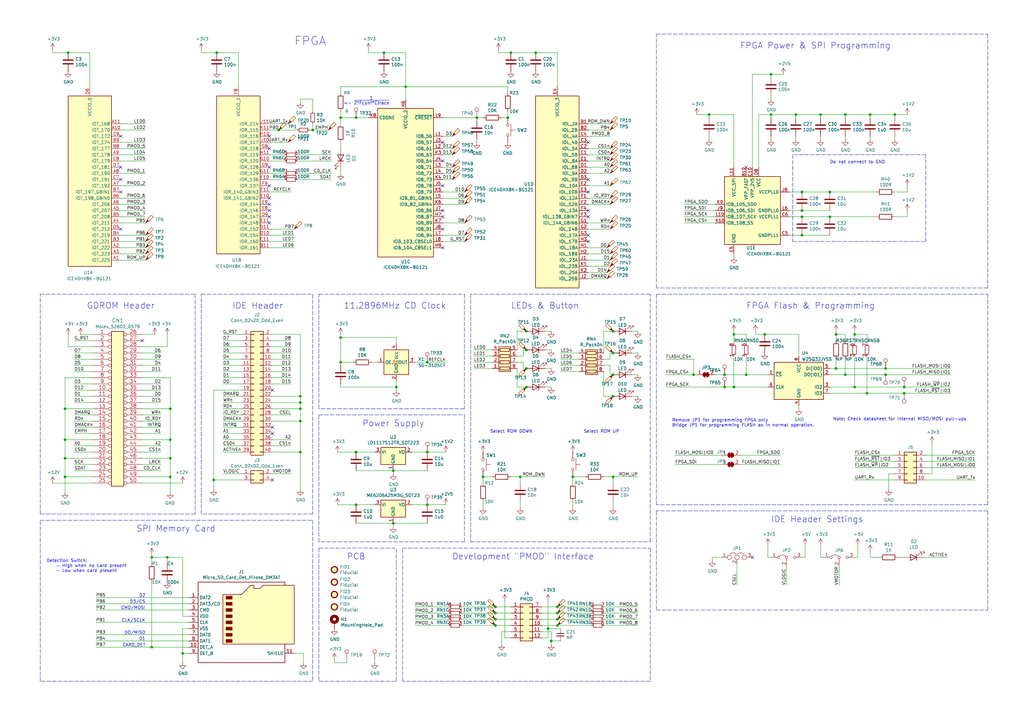
<source format=kicad_sch>
(kicad_sch (version 20200602) (host eeschema "(5.99.0-1907-g1c46bf195)")
  (page 1 1)
  (paper "A3")
  (title_block (title "SaigyouGDROM") (date "2019-07-12") (rev "1.0"))
  (junction (at 26.67 167.64))
  (junction (at 26.67 180.34))
  (junction (at 26.67 187.96))
  (junction (at 26.67 195.58))
  (junction (at 27.94 21.59))
  (junction (at 62.23 228.6))
  (junction (at 62.23 265.43))
  (junction (at 68.58 228.6))
  (junction (at 69.85 167.64))
  (junction (at 69.85 180.34))
  (junction (at 69.85 187.96))
  (junction (at 69.85 195.58))
  (junction (at 74.93 267.97))
  (junction (at 87.63 196.85))
  (junction (at 88.9 21.59))
  (junction (at 114.3 53.34))
  (junction (at 123.19 162.56))
  (junction (at 123.19 165.1))
  (junction (at 123.19 167.64))
  (junction (at 123.19 172.72))
  (junction (at 123.19 185.42))
  (junction (at 128.27 53.34))
  (junction (at 139.7 48.26))
  (junction (at 139.7 138.43))
  (junction (at 139.7 148.59))
  (junction (at 146.05 48.26))
  (junction (at 146.05 185.42))
  (junction (at 146.05 207.01))
  (junction (at 157.48 21.59))
  (junction (at 161.29 193.04))
  (junction (at 161.29 214.63))
  (junction (at 162.56 158.75))
  (junction (at 166.37 35.56))
  (junction (at 175.26 148.59))
  (junction (at 175.26 185.42))
  (junction (at 175.26 207.01))
  (junction (at 195.58 48.26))
  (junction (at 198.12 195.58))
  (junction (at 203.2 248.92))
  (junction (at 203.2 251.46))
  (junction (at 203.2 254))
  (junction (at 203.2 256.54))
  (junction (at 208.28 48.26))
  (junction (at 209.55 21.59))
  (junction (at 213.36 195.58))
  (junction (at 215.9 135.89))
  (junction (at 215.9 143.51))
  (junction (at 215.9 151.13))
  (junction (at 215.9 158.75))
  (junction (at 219.71 21.59))
  (junction (at 224.79 257.81))
  (junction (at 226.06 262.89))
  (junction (at 228.6 248.92))
  (junction (at 228.6 251.46))
  (junction (at 228.6 254))
  (junction (at 228.6 256.54))
  (junction (at 234.95 195.58))
  (junction (at 251.46 135.89))
  (junction (at 251.46 144.78))
  (junction (at 251.46 153.67))
  (junction (at 251.46 162.56))
  (junction (at 251.46 195.58))
  (junction (at 284.48 153.67))
  (junction (at 290.83 46.99))
  (junction (at 297.18 153.67))
  (junction (at 297.18 158.75))
  (junction (at 300.99 137.16))
  (junction (at 300.99 158.75))
  (junction (at 306.07 153.67))
  (junction (at 313.69 137.16))
  (junction (at 316.23 30.48))
  (junction (at 316.23 46.99))
  (junction (at 326.39 46.99))
  (junction (at 328.93 78.74))
  (junction (at 328.93 86.36))
  (junction (at 328.93 88.9))
  (junction (at 328.93 96.52))
  (junction (at 336.55 46.99))
  (junction (at 340.36 78.74))
  (junction (at 340.36 88.9))
  (junction (at 342.9 137.16))
  (junction (at 342.9 151.13))
  (junction (at 346.71 46.99))
  (junction (at 346.71 153.67))
  (junction (at 350.52 137.16))
  (junction (at 350.52 158.75))
  (junction (at 355.6 161.29))
  (junction (at 356.87 46.99))
  (junction (at 363.22 151.13))
  (junction (at 363.22 153.67))
  (junction (at 367.03 46.99))
  (junction (at 370.84 158.75))
  (junction (at 370.84 161.29))
  (no_connect (at 241.3 88.9))
  (no_connect (at 306.07 68.58))
  (no_connect (at 110.49 83.82))
  (no_connect (at 181.61 66.04))
  (no_connect (at 111.76 196.85))
  (no_connect (at 110.49 55.88))
  (no_connect (at 49.53 78.74))
  (no_connect (at 110.49 60.96))
  (no_connect (at 49.53 68.58))
  (no_connect (at 58.42 139.7))
  (no_connect (at 181.61 88.9))
  (no_connect (at 110.49 86.36))
  (no_connect (at 241.3 73.66))
  (no_connect (at 111.76 177.8))
  (no_connect (at 181.61 58.42))
  (no_connect (at 111.76 175.26))
  (no_connect (at 241.3 99.06))
  (no_connect (at 110.49 76.2))
  (no_connect (at 49.53 73.66))
  (no_connect (at 111.76 160.02))
  (no_connect (at 181.61 86.36))
  (no_connect (at 241.3 96.52))
  (no_connect (at 241.3 86.36))
  (no_connect (at 241.3 58.42))
  (no_connect (at 181.61 101.6))
  (no_connect (at 110.49 68.58))
  (no_connect (at 49.53 93.98))
  (no_connect (at 49.53 55.88))
  (no_connect (at 181.61 76.2))
  (no_connect (at 110.49 81.28))
  (no_connect (at 308.61 228.6))
  (no_connect (at 241.3 78.74))
  (no_connect (at 110.49 91.44))
  (no_connect (at 181.61 93.98))
  (no_connect (at 110.49 88.9))
  (wire (pts (xy 21.59 21.59) (xy 21.59 20.32)))
  (wire (pts (xy 21.59 21.59) (xy 27.94 21.59)))
  (wire (pts (xy 26.67 154.94) (xy 26.67 167.64)))
  (wire (pts (xy 26.67 167.64) (xy 26.67 180.34)))
  (wire (pts (xy 26.67 180.34) (xy 26.67 187.96)))
  (wire (pts (xy 26.67 187.96) (xy 26.67 195.58)))
  (wire (pts (xy 26.67 195.58) (xy 26.67 201.93)))
  (wire (pts (xy 26.67 195.58) (xy 38.1 195.58)))
  (wire (pts (xy 27.94 21.59) (xy 36.83 21.59)))
  (wire (pts (xy 27.94 137.16) (xy 27.94 142.24)))
  (wire (pts (xy 27.94 142.24) (xy 38.1 142.24)))
  (wire (pts (xy 33.02 137.16) (xy 38.1 137.16)))
  (wire (pts (xy 36.83 21.59) (xy 36.83 35.56)))
  (wire (pts (xy 38.1 139.7) (xy 30.48 139.7)))
  (wire (pts (xy 38.1 144.78) (xy 30.48 144.78)))
  (wire (pts (xy 38.1 147.32) (xy 30.48 147.32)))
  (wire (pts (xy 38.1 149.86) (xy 30.48 149.86)))
  (wire (pts (xy 38.1 152.4) (xy 30.48 152.4)))
  (wire (pts (xy 38.1 154.94) (xy 26.67 154.94)))
  (wire (pts (xy 38.1 157.48) (xy 30.48 157.48)))
  (wire (pts (xy 38.1 160.02) (xy 30.48 160.02)))
  (wire (pts (xy 38.1 162.56) (xy 30.48 162.56)))
  (wire (pts (xy 38.1 165.1) (xy 30.48 165.1)))
  (wire (pts (xy 38.1 167.64) (xy 26.67 167.64)))
  (wire (pts (xy 38.1 170.18) (xy 30.48 170.18)))
  (wire (pts (xy 38.1 172.72) (xy 30.48 172.72)))
  (wire (pts (xy 38.1 175.26) (xy 30.48 175.26)))
  (wire (pts (xy 38.1 177.8) (xy 30.48 177.8)))
  (wire (pts (xy 38.1 180.34) (xy 26.67 180.34)))
  (wire (pts (xy 38.1 182.88) (xy 30.48 182.88)))
  (wire (pts (xy 38.1 185.42) (xy 30.48 185.42)))
  (wire (pts (xy 38.1 187.96) (xy 26.67 187.96)))
  (wire (pts (xy 38.1 190.5) (xy 30.48 190.5)))
  (wire (pts (xy 38.1 193.04) (xy 30.48 193.04)))
  (wire (pts (xy 38.1 198.12) (xy 21.59 198.12)))
  (wire (pts (xy 39.37 245.11) (xy 77.47 245.11)))
  (wire (pts (xy 39.37 247.65) (xy 77.47 247.65)))
  (wire (pts (xy 39.37 250.19) (xy 77.47 250.19)))
  (wire (pts (xy 39.37 255.27) (xy 77.47 255.27)))
  (wire (pts (xy 39.37 260.35) (xy 77.47 260.35)))
  (wire (pts (xy 39.37 262.89) (xy 77.47 262.89)))
  (wire (pts (xy 39.37 265.43) (xy 62.23 265.43)))
  (wire (pts (xy 49.53 50.8) (xy 59.69 50.8)))
  (wire (pts (xy 49.53 53.34) (xy 59.69 53.34)))
  (wire (pts (xy 49.53 58.42) (xy 59.69 58.42)))
  (wire (pts (xy 49.53 60.96) (xy 59.69 60.96)))
  (wire (pts (xy 49.53 63.5) (xy 59.69 63.5)))
  (wire (pts (xy 49.53 66.04) (xy 59.69 66.04)))
  (wire (pts (xy 49.53 71.12) (xy 59.69 71.12)))
  (wire (pts (xy 49.53 76.2) (xy 59.69 76.2)))
  (wire (pts (xy 49.53 81.28) (xy 59.69 81.28)))
  (wire (pts (xy 49.53 83.82) (xy 59.69 83.82)))
  (wire (pts (xy 49.53 86.36) (xy 59.69 86.36)))
  (wire (pts (xy 49.53 88.9) (xy 59.69 88.9)))
  (wire (pts (xy 49.53 91.44) (xy 59.69 91.44)))
  (wire (pts (xy 49.53 96.52) (xy 59.69 96.52)))
  (wire (pts (xy 49.53 99.06) (xy 59.69 99.06)))
  (wire (pts (xy 49.53 101.6) (xy 59.69 101.6)))
  (wire (pts (xy 49.53 104.14) (xy 59.69 104.14)))
  (wire (pts (xy 49.53 106.68) (xy 59.69 106.68)))
  (wire (pts (xy 58.42 147.32) (xy 66.04 147.32)))
  (wire (pts (xy 58.42 149.86) (xy 66.04 149.86)))
  (wire (pts (xy 58.42 152.4) (xy 66.04 152.4)))
  (wire (pts (xy 58.42 154.94) (xy 69.85 154.94)))
  (wire (pts (xy 58.42 157.48) (xy 66.04 157.48)))
  (wire (pts (xy 58.42 160.02) (xy 66.04 160.02)))
  (wire (pts (xy 58.42 162.56) (xy 66.04 162.56)))
  (wire (pts (xy 58.42 165.1) (xy 66.04 165.1)))
  (wire (pts (xy 58.42 167.64) (xy 69.85 167.64)))
  (wire (pts (xy 58.42 170.18) (xy 66.04 170.18)))
  (wire (pts (xy 58.42 172.72) (xy 66.04 172.72)))
  (wire (pts (xy 58.42 175.26) (xy 66.04 175.26)))
  (wire (pts (xy 58.42 177.8) (xy 66.04 177.8)))
  (wire (pts (xy 58.42 180.34) (xy 69.85 180.34)))
  (wire (pts (xy 58.42 182.88) (xy 66.04 182.88)))
  (wire (pts (xy 58.42 185.42) (xy 66.04 185.42)))
  (wire (pts (xy 58.42 187.96) (xy 69.85 187.96)))
  (wire (pts (xy 58.42 190.5) (xy 66.04 190.5)))
  (wire (pts (xy 58.42 193.04) (xy 66.04 193.04)))
  (wire (pts (xy 58.42 198.12) (xy 74.93 198.12)))
  (wire (pts (xy 62.23 227.33) (xy 62.23 228.6)))
  (wire (pts (xy 62.23 228.6) (xy 62.23 231.14)))
  (wire (pts (xy 62.23 228.6) (xy 68.58 228.6)))
  (wire (pts (xy 62.23 265.43) (xy 62.23 238.76)))
  (wire (pts (xy 62.23 265.43) (xy 77.47 265.43)))
  (wire (pts (xy 63.5 137.16) (xy 58.42 137.16)))
  (wire (pts (xy 66.04 144.78) (xy 58.42 144.78)))
  (wire (pts (xy 68.58 137.16) (xy 68.58 142.24)))
  (wire (pts (xy 68.58 142.24) (xy 58.42 142.24)))
  (wire (pts (xy 68.58 228.6) (xy 68.58 231.14)))
  (wire (pts (xy 68.58 228.6) (xy 74.93 228.6)))
  (wire (pts (xy 69.85 154.94) (xy 69.85 167.64)))
  (wire (pts (xy 69.85 167.64) (xy 69.85 180.34)))
  (wire (pts (xy 69.85 180.34) (xy 69.85 187.96)))
  (wire (pts (xy 69.85 187.96) (xy 69.85 195.58)))
  (wire (pts (xy 69.85 195.58) (xy 58.42 195.58)))
  (wire (pts (xy 69.85 195.58) (xy 69.85 201.93)))
  (wire (pts (xy 74.93 228.6) (xy 74.93 252.73)))
  (wire (pts (xy 74.93 252.73) (xy 77.47 252.73)))
  (wire (pts (xy 74.93 257.81) (xy 74.93 267.97)))
  (wire (pts (xy 74.93 267.97) (xy 74.93 271.78)))
  (wire (pts (xy 74.93 267.97) (xy 77.47 267.97)))
  (wire (pts (xy 77.47 257.81) (xy 74.93 257.81)))
  (wire (pts (xy 82.55 21.59) (xy 82.55 20.32)))
  (wire (pts (xy 82.55 21.59) (xy 88.9 21.59)))
  (wire (pts (xy 87.63 160.02) (xy 87.63 196.85)))
  (wire (pts (xy 87.63 160.02) (xy 99.06 160.02)))
  (wire (pts (xy 87.63 196.85) (xy 87.63 200.66)))
  (wire (pts (xy 87.63 196.85) (xy 99.06 196.85)))
  (wire (pts (xy 88.9 21.59) (xy 97.79 21.59)))
  (wire (pts (xy 91.44 137.16) (xy 99.06 137.16)))
  (wire (pts (xy 97.79 21.59) (xy 97.79 35.56)))
  (wire (pts (xy 99.06 139.7) (xy 91.44 139.7)))
  (wire (pts (xy 99.06 142.24) (xy 91.44 142.24)))
  (wire (pts (xy 99.06 144.78) (xy 91.44 144.78)))
  (wire (pts (xy 99.06 147.32) (xy 91.44 147.32)))
  (wire (pts (xy 99.06 149.86) (xy 91.44 149.86)))
  (wire (pts (xy 99.06 152.4) (xy 91.44 152.4)))
  (wire (pts (xy 99.06 154.94) (xy 91.44 154.94)))
  (wire (pts (xy 99.06 157.48) (xy 91.44 157.48)))
  (wire (pts (xy 99.06 162.56) (xy 91.44 162.56)))
  (wire (pts (xy 99.06 165.1) (xy 91.44 165.1)))
  (wire (pts (xy 99.06 167.64) (xy 91.44 167.64)))
  (wire (pts (xy 99.06 170.18) (xy 91.44 170.18)))
  (wire (pts (xy 99.06 172.72) (xy 91.44 172.72)))
  (wire (pts (xy 99.06 175.26) (xy 91.44 175.26)))
  (wire (pts (xy 99.06 177.8) (xy 91.44 177.8)))
  (wire (pts (xy 99.06 180.34) (xy 91.44 180.34)))
  (wire (pts (xy 99.06 182.88) (xy 91.44 182.88)))
  (wire (pts (xy 99.06 185.42) (xy 91.44 185.42)))
  (wire (pts (xy 99.06 194.31) (xy 91.44 194.31)))
  (wire (pts (xy 110.49 50.8) (xy 118.11 50.8)))
  (wire (pts (xy 110.49 53.34) (xy 114.3 53.34)))
  (wire (pts (xy 110.49 58.42) (xy 118.11 58.42)))
  (wire (pts (xy 110.49 63.5) (xy 116.84 63.5)))
  (wire (pts (xy 110.49 66.04) (xy 116.84 66.04)))
  (wire (pts (xy 110.49 71.12) (xy 116.84 71.12)))
  (wire (pts (xy 110.49 73.66) (xy 116.84 73.66)))
  (wire (pts (xy 110.49 78.74) (xy 119.38 78.74)))
  (wire (pts (xy 110.49 93.98) (xy 120.65 93.98)))
  (wire (pts (xy 110.49 96.52) (xy 120.65 96.52)))
  (wire (pts (xy 110.49 99.06) (xy 120.65 99.06)))
  (wire (pts (xy 110.49 101.6) (xy 120.65 101.6)))
  (wire (pts (xy 111.76 137.16) (xy 123.19 137.16)))
  (wire (pts (xy 111.76 139.7) (xy 119.38 139.7)))
  (wire (pts (xy 111.76 142.24) (xy 119.38 142.24)))
  (wire (pts (xy 111.76 144.78) (xy 119.38 144.78)))
  (wire (pts (xy 111.76 147.32) (xy 119.38 147.32)))
  (wire (pts (xy 111.76 149.86) (xy 119.38 149.86)))
  (wire (pts (xy 111.76 152.4) (xy 119.38 152.4)))
  (wire (pts (xy 111.76 154.94) (xy 119.38 154.94)))
  (wire (pts (xy 111.76 157.48) (xy 119.38 157.48)))
  (wire (pts (xy 111.76 162.56) (xy 123.19 162.56)))
  (wire (pts (xy 111.76 165.1) (xy 123.19 165.1)))
  (wire (pts (xy 111.76 167.64) (xy 123.19 167.64)))
  (wire (pts (xy 111.76 170.18) (xy 119.38 170.18)))
  (wire (pts (xy 111.76 172.72) (xy 123.19 172.72)))
  (wire (pts (xy 111.76 180.34) (xy 119.38 180.34)))
  (wire (pts (xy 111.76 182.88) (xy 119.38 182.88)))
  (wire (pts (xy 111.76 185.42) (xy 123.19 185.42)))
  (wire (pts (xy 111.76 194.31) (xy 119.38 194.31)))
  (wire (pts (xy 114.3 53.34) (xy 121.92 53.34)))
  (wire (pts (xy 120.65 267.97) (xy 124.46 267.97)))
  (wire (pts (xy 121.92 66.04) (xy 135.89 66.04)))
  (wire (pts (xy 121.92 71.12) (xy 135.89 71.12)))
  (wire (pts (xy 121.92 73.66) (xy 135.89 73.66)))
  (wire (pts (xy 123.19 40.64) (xy 123.19 41.91)))
  (wire (pts (xy 123.19 137.16) (xy 123.19 162.56)))
  (wire (pts (xy 123.19 162.56) (xy 123.19 165.1)))
  (wire (pts (xy 123.19 165.1) (xy 123.19 167.64)))
  (wire (pts (xy 123.19 167.64) (xy 123.19 172.72)))
  (wire (pts (xy 123.19 172.72) (xy 123.19 185.42)))
  (wire (pts (xy 123.19 185.42) (xy 123.19 200.66)))
  (wire (pts (xy 124.46 267.97) (xy 124.46 271.78)))
  (wire (pts (xy 127 53.34) (xy 128.27 53.34)))
  (wire (pts (xy 128.27 40.64) (xy 123.19 40.64)))
  (wire (pts (xy 128.27 40.64) (xy 128.27 45.72)))
  (wire (pts (xy 128.27 50.8) (xy 128.27 53.34)))
  (wire (pts (xy 128.27 53.34) (xy 134.62 53.34)))
  (wire (pts (xy 135.89 63.5) (xy 121.92 63.5)))
  (wire (pts (xy 137.16 271.78) (xy 137.16 270.51)))
  (wire (pts (xy 138.43 185.42) (xy 146.05 185.42)))
  (wire (pts (xy 138.43 207.01) (xy 146.05 207.01)))
  (wire (pts (xy 139.7 35.56) (xy 139.7 38.1)))
  (wire (pts (xy 139.7 35.56) (xy 166.37 35.56)))
  (wire (pts (xy 139.7 45.72) (xy 139.7 48.26)))
  (wire (pts (xy 139.7 48.26) (xy 139.7 50.8)))
  (wire (pts (xy 139.7 48.26) (xy 146.05 48.26)))
  (wire (pts (xy 139.7 60.96) (xy 139.7 58.42)))
  (wire (pts (xy 139.7 68.58) (xy 139.7 71.12)))
  (wire (pts (xy 139.7 137.16) (xy 139.7 138.43)))
  (wire (pts (xy 139.7 138.43) (xy 162.56 138.43)))
  (wire (pts (xy 139.7 148.59) (xy 139.7 138.43)))
  (wire (pts (xy 139.7 148.59) (xy 144.78 148.59)))
  (wire (pts (xy 139.7 149.86) (xy 139.7 148.59)))
  (wire (pts (xy 139.7 158.75) (xy 139.7 157.48)))
  (wire (pts (xy 139.7 158.75) (xy 162.56 158.75)))
  (wire (pts (xy 142.24 270.51) (xy 142.24 271.78)))
  (wire (pts (xy 142.24 271.78) (xy 137.16 271.78)))
  (wire (pts (xy 146.05 48.26) (xy 151.13 48.26)))
  (wire (pts (xy 146.05 185.42) (xy 153.67 185.42)))
  (wire (pts (xy 146.05 207.01) (xy 153.67 207.01)))
  (wire (pts (xy 151.13 21.59) (xy 151.13 20.32)))
  (wire (pts (xy 151.13 21.59) (xy 157.48 21.59)))
  (wire (pts (xy 152.4 148.59) (xy 154.94 148.59)))
  (wire (pts (xy 153.67 270.51) (xy 153.67 271.78)))
  (wire (pts (xy 157.48 21.59) (xy 166.37 21.59)))
  (wire (pts (xy 161.29 193.04) (xy 146.05 193.04)))
  (wire (pts (xy 161.29 194.31) (xy 161.29 193.04)))
  (wire (pts (xy 161.29 214.63) (xy 146.05 214.63)))
  (wire (pts (xy 161.29 215.9) (xy 161.29 214.63)))
  (wire (pts (xy 162.56 138.43) (xy 162.56 140.97)))
  (wire (pts (xy 162.56 158.75) (xy 162.56 156.21)))
  (wire (pts (xy 162.56 158.75) (xy 162.56 160.02)))
  (wire (pts (xy 166.37 21.59) (xy 166.37 35.56)))
  (wire (pts (xy 166.37 35.56) (xy 166.37 40.64)))
  (wire (pts (xy 168.91 185.42) (xy 175.26 185.42)))
  (wire (pts (xy 168.91 207.01) (xy 175.26 207.01)))
  (wire (pts (xy 170.18 148.59) (xy 175.26 148.59)))
  (wire (pts (xy 170.18 248.92) (xy 184.15 248.92)))
  (wire (pts (xy 170.18 251.46) (xy 184.15 251.46)))
  (wire (pts (xy 170.18 254) (xy 184.15 254)))
  (wire (pts (xy 170.18 256.54) (xy 184.15 256.54)))
  (wire (pts (xy 175.26 148.59) (xy 182.88 148.59)))
  (wire (pts (xy 175.26 185.42) (xy 182.88 185.42)))
  (wire (pts (xy 175.26 193.04) (xy 161.29 193.04)))
  (wire (pts (xy 175.26 207.01) (xy 182.88 207.01)))
  (wire (pts (xy 175.26 214.63) (xy 161.29 214.63)))
  (wire (pts (xy 181.61 55.88) (xy 185.42 55.88)))
  (wire (pts (xy 181.61 60.96) (xy 185.42 60.96)))
  (wire (pts (xy 181.61 63.5) (xy 185.42 63.5)))
  (wire (pts (xy 181.61 68.58) (xy 185.42 68.58)))
  (wire (pts (xy 181.61 71.12) (xy 185.42 71.12)))
  (wire (pts (xy 181.61 73.66) (xy 185.42 73.66)))
  (wire (pts (xy 181.61 78.74) (xy 190.5 78.74)))
  (wire (pts (xy 181.61 81.28) (xy 190.5 81.28)))
  (wire (pts (xy 181.61 83.82) (xy 190.5 83.82)))
  (wire (pts (xy 181.61 91.44) (xy 190.5 91.44)))
  (wire (pts (xy 181.61 96.52) (xy 190.5 96.52)))
  (wire (pts (xy 181.61 99.06) (xy 190.5 99.06)))
  (wire (pts (xy 189.23 248.92) (xy 203.2 248.92)))
  (wire (pts (xy 189.23 251.46) (xy 203.2 251.46)))
  (wire (pts (xy 189.23 254) (xy 203.2 254)))
  (wire (pts (xy 189.23 256.54) (xy 203.2 256.54)))
  (wire (pts (xy 194.31 143.51) (xy 201.93 143.51)))
  (wire (pts (xy 194.31 146.05) (xy 201.93 146.05)))
  (wire (pts (xy 194.31 148.59) (xy 201.93 148.59)))
  (wire (pts (xy 194.31 151.13) (xy 201.93 151.13)))
  (wire (pts (xy 195.58 48.26) (xy 181.61 48.26)))
  (wire (pts (xy 195.58 48.26) (xy 195.58 49.53)))
  (wire (pts (xy 195.58 57.15) (xy 195.58 58.42)))
  (wire (pts (xy 198.12 48.26) (xy 195.58 48.26)))
  (wire (pts (xy 198.12 195.58) (xy 201.93 195.58)))
  (wire (pts (xy 198.12 198.12) (xy 198.12 195.58)))
  (wire (pts (xy 198.12 205.74) (xy 198.12 208.28)))
  (wire (pts (xy 203.2 248.92) (xy 209.55 248.92)))
  (wire (pts (xy 203.2 251.46) (xy 209.55 251.46)))
  (wire (pts (xy 203.2 254) (xy 209.55 254)))
  (wire (pts (xy 203.2 256.54) (xy 209.55 256.54)))
  (wire (pts (xy 204.47 21.59) (xy 204.47 20.32)))
  (wire (pts (xy 204.47 21.59) (xy 209.55 21.59)))
  (wire (pts (xy 205.74 259.08) (xy 205.74 264.16)))
  (wire (pts (xy 207.01 261.62) (xy 207.01 246.38)))
  (wire (pts (xy 208.28 35.56) (xy 166.37 35.56)))
  (wire (pts (xy 208.28 35.56) (xy 208.28 38.1)))
  (wire (pts (xy 208.28 45.72) (xy 208.28 48.26)))
  (wire (pts (xy 208.28 48.26) (xy 205.74 48.26)))
  (wire (pts (xy 209.55 21.59) (xy 219.71 21.59)))
  (wire (pts (xy 209.55 195.58) (xy 213.36 195.58)))
  (wire (pts (xy 209.55 259.08) (xy 205.74 259.08)))
  (wire (pts (xy 209.55 261.62) (xy 207.01 261.62)))
  (wire (pts (xy 212.09 135.89) (xy 215.9 135.89)))
  (wire (pts (xy 212.09 143.51) (xy 212.09 135.89)))
  (wire (pts (xy 212.09 146.05) (xy 214.63 146.05)))
  (wire (pts (xy 212.09 148.59) (xy 214.63 148.59)))
  (wire (pts (xy 212.09 151.13) (xy 212.09 158.75)))
  (wire (pts (xy 212.09 158.75) (xy 215.9 158.75)))
  (wire (pts (xy 213.36 195.58) (xy 213.36 198.12)))
  (wire (pts (xy 213.36 195.58) (xy 223.52 195.58)))
  (wire (pts (xy 213.36 205.74) (xy 213.36 208.28)))
  (wire (pts (xy 214.63 143.51) (xy 215.9 143.51)))
  (wire (pts (xy 214.63 146.05) (xy 214.63 143.51)))
  (wire (pts (xy 214.63 148.59) (xy 214.63 151.13)))
  (wire (pts (xy 214.63 151.13) (xy 215.9 151.13)))
  (wire (pts (xy 219.71 21.59) (xy 228.6 21.59)))
  (wire (pts (xy 222.25 259.08) (xy 226.06 259.08)))
  (wire (pts (xy 222.25 261.62) (xy 224.79 261.62)))
  (wire (pts (xy 223.52 135.89) (xy 226.06 135.89)))
  (wire (pts (xy 223.52 143.51) (xy 226.06 143.51)))
  (wire (pts (xy 223.52 151.13) (xy 226.06 151.13)))
  (wire (pts (xy 223.52 158.75) (xy 226.06 158.75)))
  (wire (pts (xy 224.79 257.81) (xy 224.79 246.38)))
  (wire (pts (xy 224.79 257.81) (xy 229.87 257.81)))
  (wire (pts (xy 224.79 261.62) (xy 224.79 257.81)))
  (wire (pts (xy 226.06 259.08) (xy 226.06 262.89)))
  (wire (pts (xy 226.06 262.89) (xy 226.06 264.16)))
  (wire (pts (xy 226.06 262.89) (xy 229.87 262.89)))
  (wire (pts (xy 228.6 21.59) (xy 228.6 35.56)))
  (wire (pts (xy 228.6 248.92) (xy 222.25 248.92)))
  (wire (pts (xy 228.6 248.92) (xy 242.57 248.92)))
  (wire (pts (xy 228.6 251.46) (xy 222.25 251.46)))
  (wire (pts (xy 228.6 251.46) (xy 242.57 251.46)))
  (wire (pts (xy 228.6 254) (xy 222.25 254)))
  (wire (pts (xy 228.6 254) (xy 242.57 254)))
  (wire (pts (xy 228.6 256.54) (xy 222.25 256.54)))
  (wire (pts (xy 228.6 256.54) (xy 242.57 256.54)))
  (wire (pts (xy 229.87 144.78) (xy 237.49 144.78)))
  (wire (pts (xy 229.87 147.32) (xy 237.49 147.32)))
  (wire (pts (xy 229.87 149.86) (xy 237.49 149.86)))
  (wire (pts (xy 229.87 152.4) (xy 237.49 152.4)))
  (wire (pts (xy 234.95 198.12) (xy 234.95 195.58)))
  (wire (pts (xy 234.95 205.74) (xy 234.95 208.28)))
  (wire (pts (xy 240.03 195.58) (xy 234.95 195.58)))
  (wire (pts (xy 241.3 50.8) (xy 250.19 50.8)))
  (wire (pts (xy 241.3 53.34) (xy 250.19 53.34)))
  (wire (pts (xy 241.3 55.88) (xy 250.19 55.88)))
  (wire (pts (xy 241.3 60.96) (xy 250.19 60.96)))
  (wire (pts (xy 241.3 63.5) (xy 250.19 63.5)))
  (wire (pts (xy 241.3 66.04) (xy 250.19 66.04)))
  (wire (pts (xy 241.3 68.58) (xy 250.19 68.58)))
  (wire (pts (xy 241.3 76.2) (xy 250.19 76.2)))
  (wire (pts (xy 241.3 81.28) (xy 250.19 81.28)))
  (wire (pts (xy 241.3 83.82) (xy 250.19 83.82)))
  (wire (pts (xy 241.3 91.44) (xy 250.19 91.44)))
  (wire (pts (xy 241.3 93.98) (xy 250.19 93.98)))
  (wire (pts (xy 241.3 104.14) (xy 250.19 104.14)))
  (wire (pts (xy 241.3 106.68) (xy 250.19 106.68)))
  (wire (pts (xy 241.3 109.22) (xy 250.19 109.22)))
  (wire (pts (xy 241.3 111.76) (xy 248.92 111.76)))
  (wire (pts (xy 241.3 114.3) (xy 248.92 114.3)))
  (wire (pts (xy 247.65 135.89) (xy 251.46 135.89)))
  (wire (pts (xy 247.65 144.78) (xy 247.65 135.89)))
  (wire (pts (xy 247.65 147.32) (xy 250.19 147.32)))
  (wire (pts (xy 247.65 149.86) (xy 250.19 149.86)))
  (wire (pts (xy 247.65 152.4) (xy 247.65 162.56)))
  (wire (pts (xy 247.65 162.56) (xy 251.46 162.56)))
  (wire (pts (xy 247.65 195.58) (xy 251.46 195.58)))
  (wire (pts (xy 247.65 248.92) (xy 261.62 248.92)))
  (wire (pts (xy 247.65 251.46) (xy 261.62 251.46)))
  (wire (pts (xy 247.65 254) (xy 261.62 254)))
  (wire (pts (xy 247.65 256.54) (xy 261.62 256.54)))
  (wire (pts (xy 248.92 101.6) (xy 241.3 101.6)))
  (wire (pts (xy 250.19 71.12) (xy 241.3 71.12)))
  (wire (pts (xy 250.19 144.78) (xy 251.46 144.78)))
  (wire (pts (xy 250.19 147.32) (xy 250.19 144.78)))
  (wire (pts (xy 250.19 149.86) (xy 250.19 153.67)))
  (wire (pts (xy 250.19 153.67) (xy 251.46 153.67)))
  (wire (pts (xy 251.46 195.58) (xy 251.46 198.12)))
  (wire (pts (xy 251.46 195.58) (xy 261.62 195.58)))
  (wire (pts (xy 251.46 205.74) (xy 251.46 208.28)))
  (wire (pts (xy 259.08 135.89) (xy 261.62 135.89)))
  (wire (pts (xy 259.08 144.78) (xy 261.62 144.78)))
  (wire (pts (xy 259.08 153.67) (xy 261.62 153.67)))
  (wire (pts (xy 259.08 162.56) (xy 261.62 162.56)))
  (wire (pts (xy 273.05 158.75) (xy 297.18 158.75)))
  (wire (pts (xy 280.67 91.44) (xy 293.37 91.44)))
  (wire (pts (xy 284.48 147.32) (xy 273.05 147.32)))
  (wire (pts (xy 284.48 153.67) (xy 273.05 153.67)))
  (wire (pts (xy 284.48 153.67) (xy 284.48 147.32)))
  (wire (pts (xy 285.75 46.99) (xy 290.83 46.99)))
  (wire (pts (xy 285.75 153.67) (xy 284.48 153.67)))
  (wire (pts (xy 290.83 46.99) (xy 300.99 46.99)))
  (wire (pts (xy 290.83 48.26) (xy 290.83 46.99)))
  (wire (pts (xy 290.83 55.88) (xy 290.83 57.15)))
  (wire (pts (xy 292.1 229.87) (xy 292.1 228.6)))
  (wire (pts (xy 293.37 83.82) (xy 280.67 83.82)))
  (wire (pts (xy 293.37 86.36) (xy 280.67 86.36)))
  (wire (pts (xy 293.37 88.9) (xy 280.67 88.9)))
  (wire (pts (xy 293.37 153.67) (xy 297.18 153.67)))
  (wire (pts (xy 295.91 186.69) (xy 276.86 186.69)))
  (wire (pts (xy 295.91 190.5) (xy 276.86 190.5)))
  (wire (pts (xy 295.91 228.6) (xy 292.1 228.6)))
  (wire (pts (xy 300.99 46.99) (xy 300.99 68.58)))
  (wire (pts (xy 300.99 104.14) (xy 300.99 105.41)))
  (wire (pts (xy 300.99 137.16) (xy 300.99 135.89)))
  (wire (pts (xy 300.99 137.16) (xy 300.99 140.97)))
  (wire (pts (xy 300.99 137.16) (xy 306.07 137.16)))
  (wire (pts (xy 300.99 146.05) (xy 300.99 158.75)))
  (wire (pts (xy 300.99 158.75) (xy 297.18 158.75)))
  (wire (pts (xy 302.26 231.14) (xy 302.26 240.03)))
  (wire (pts (xy 303.53 190.5) (xy 320.04 190.5)))
  (wire (pts (xy 306.07 137.16) (xy 306.07 140.97)))
  (wire (pts (xy 306.07 146.05) (xy 306.07 153.67)))
  (wire (pts (xy 306.07 153.67) (xy 297.18 153.67)))
  (wire (pts (xy 306.07 153.67) (xy 314.96 153.67)))
  (wire (pts (xy 308.61 30.48) (xy 308.61 68.58)))
  (wire (pts (xy 308.61 30.48) (xy 316.23 30.48)))
  (wire (pts (xy 309.88 135.89) (xy 309.88 137.16)))
  (wire (pts (xy 309.88 137.16) (xy 313.69 137.16)))
  (wire (pts (xy 311.15 46.99) (xy 311.15 68.58)))
  (wire (pts (xy 311.15 46.99) (xy 316.23 46.99)))
  (wire (pts (xy 313.69 137.16) (xy 327.66 137.16)))
  (wire (pts (xy 314.96 158.75) (xy 300.99 158.75)))
  (wire (pts (xy 314.96 228.6) (xy 314.96 223.52)))
  (wire (pts (xy 316.23 30.48) (xy 321.31 30.48)))
  (wire (pts (xy 316.23 31.75) (xy 316.23 30.48)))
  (wire (pts (xy 316.23 39.37) (xy 316.23 40.64)))
  (wire (pts (xy 316.23 46.99) (xy 326.39 46.99)))
  (wire (pts (xy 316.23 48.26) (xy 316.23 46.99)))
  (wire (pts (xy 316.23 55.88) (xy 316.23 57.15)))
  (wire (pts (xy 316.23 228.6) (xy 314.96 228.6)))
  (wire (pts (xy 320.04 186.69) (xy 303.53 186.69)))
  (wire (pts (xy 322.58 232.41) (xy 322.58 240.03)))
  (wire (pts (xy 323.85 78.74) (xy 328.93 78.74)))
  (wire (pts (xy 323.85 86.36) (xy 328.93 86.36)))
  (wire (pts (xy 323.85 88.9) (xy 328.93 88.9)))
  (wire (pts (xy 323.85 96.52) (xy 328.93 96.52)))
  (wire (pts (xy 326.39 46.99) (xy 336.55 46.99)))
  (wire (pts (xy 326.39 48.26) (xy 326.39 46.99)))
  (wire (pts (xy 326.39 55.88) (xy 326.39 57.15)))
  (wire (pts (xy 327.66 137.16) (xy 327.66 146.05)))
  (wire (pts (xy 327.66 166.37) (xy 327.66 167.64)))
  (wire (pts (xy 328.93 78.74) (xy 340.36 78.74)))
  (wire (pts (xy 328.93 86.36) (xy 340.36 86.36)))
  (wire (pts (xy 328.93 88.9) (xy 340.36 88.9)))
  (wire (pts (xy 328.93 96.52) (xy 340.36 96.52)))
  (wire (pts (xy 328.93 228.6) (xy 330.2 228.6)))
  (wire (pts (xy 330.2 228.6) (xy 330.2 223.52)))
  (wire (pts (xy 336.55 46.99) (xy 346.71 46.99)))
  (wire (pts (xy 336.55 48.26) (xy 336.55 46.99)))
  (wire (pts (xy 336.55 55.88) (xy 336.55 57.15)))
  (wire (pts (xy 336.55 228.6) (xy 336.55 223.52)))
  (wire (pts (xy 337.82 228.6) (xy 336.55 228.6)))
  (wire (pts (xy 340.36 78.74) (xy 359.41 78.74)))
  (wire (pts (xy 340.36 88.9) (xy 359.41 88.9)))
  (wire (pts (xy 340.36 151.13) (xy 342.9 151.13)))
  (wire (pts (xy 340.36 153.67) (xy 346.71 153.67)))
  (wire (pts (xy 340.36 158.75) (xy 350.52 158.75)))
  (wire (pts (xy 340.36 161.29) (xy 355.6 161.29)))
  (wire (pts (xy 342.9 135.89) (xy 342.9 137.16)))
  (wire (pts (xy 342.9 137.16) (xy 346.71 137.16)))
  (wire (pts (xy 342.9 139.7) (xy 342.9 137.16)))
  (wire (pts (xy 342.9 147.32) (xy 342.9 151.13)))
  (wire (pts (xy 342.9 151.13) (xy 363.22 151.13)))
  (wire (pts (xy 344.17 232.41) (xy 344.17 240.03)))
  (wire (pts (xy 346.71 46.99) (xy 356.87 46.99)))
  (wire (pts (xy 346.71 48.26) (xy 346.71 46.99)))
  (wire (pts (xy 346.71 55.88) (xy 346.71 57.15)))
  (wire (pts (xy 346.71 139.7) (xy 346.71 137.16)))
  (wire (pts (xy 346.71 147.32) (xy 346.71 153.67)))
  (wire (pts (xy 346.71 153.67) (xy 363.22 153.67)))
  (wire (pts (xy 350.52 137.16) (xy 350.52 135.89)))
  (wire (pts (xy 350.52 137.16) (xy 350.52 140.97)))
  (wire (pts (xy 350.52 146.05) (xy 350.52 158.75)))
  (wire (pts (xy 350.52 158.75) (xy 370.84 158.75)))
  (wire (pts (xy 350.52 189.23) (xy 367.03 189.23)))
  (wire (pts (xy 350.52 191.77) (xy 367.03 191.77)))
  (wire (pts (xy 350.52 196.85) (xy 367.03 196.85)))
  (wire (pts (xy 350.52 228.6) (xy 351.79 228.6)))
  (wire (pts (xy 351.79 228.6) (xy 351.79 223.52)))
  (wire (pts (xy 355.6 137.16) (xy 350.52 137.16)))
  (wire (pts (xy 355.6 140.97) (xy 355.6 137.16)))
  (wire (pts (xy 355.6 146.05) (xy 355.6 161.29)))
  (wire (pts (xy 355.6 161.29) (xy 370.84 161.29)))
  (wire (pts (xy 356.87 46.99) (xy 356.87 48.26)))
  (wire (pts (xy 356.87 46.99) (xy 367.03 46.99)))
  (wire (pts (xy 356.87 55.88) (xy 356.87 57.15)))
  (wire (pts (xy 356.87 228.6) (xy 356.87 226.06)))
  (wire (pts (xy 360.68 228.6) (xy 356.87 228.6)))
  (wire (pts (xy 363.22 151.13) (xy 389.89 151.13)))
  (wire (pts (xy 363.22 153.67) (xy 389.89 153.67)))
  (wire (pts (xy 364.49 194.31) (xy 364.49 200.66)))
  (wire (pts (xy 367.03 46.99) (xy 367.03 48.26)))
  (wire (pts (xy 367.03 46.99) (xy 372.11 46.99)))
  (wire (pts (xy 367.03 55.88) (xy 367.03 57.15)))
  (wire (pts (xy 367.03 186.69) (xy 350.52 186.69)))
  (wire (pts (xy 367.03 194.31) (xy 364.49 194.31)))
  (wire (pts (xy 370.84 158.75) (xy 389.89 158.75)))
  (wire (pts (xy 370.84 161.29) (xy 389.89 161.29)))
  (wire (pts (xy 370.84 228.6) (xy 368.3 228.6)))
  (wire (pts (xy 372.11 76.2) (xy 372.11 78.74)))
  (wire (pts (xy 372.11 78.74) (xy 367.03 78.74)))
  (wire (pts (xy 372.11 86.36) (xy 372.11 88.9)))
  (wire (pts (xy 372.11 88.9) (xy 367.03 88.9)))
  (wire (pts (xy 378.46 228.6) (xy 388.62 228.6)))
  (wire (pts (xy 379.73 196.85) (xy 400.05 196.85)))
  (wire (pts (xy 382.27 194.31) (xy 379.73 194.31)))
  (wire (pts (xy 382.27 194.31) (xy 382.27 181.61)))
  (wire (pts (xy 400.05 186.69) (xy 379.73 186.69)))
  (wire (pts (xy 400.05 189.23) (xy 379.73 189.23)))
  (wire (pts (xy 400.05 191.77) (xy 379.73 191.77)))
  (polyline (pts (xy 16.51 120.65) (xy 80.01 120.65)) (stroke (width 0) (type dash)))
  (polyline (pts (xy 16.51 210.82) (xy 16.51 120.65)) (stroke (width 0) (type dash)))
  (polyline (pts (xy 16.51 213.36) (xy 128.27 213.36)) (stroke (width 0) (type dash)))
  (polyline (pts (xy 16.51 279.4) (xy 16.51 213.36)) (stroke (width 0) (type dash)))
  (polyline (pts (xy 80.01 120.65) (xy 80.01 210.82)) (stroke (width 0) (type dash)))
  (polyline (pts (xy 80.01 210.82) (xy 16.51 210.82)) (stroke (width 0) (type dash)))
  (polyline (pts (xy 82.55 120.65) (xy 128.27 120.65)) (stroke (width 0) (type dash)))
  (polyline (pts (xy 82.55 210.82) (xy 82.55 120.65)) (stroke (width 0) (type dash)))
  (polyline (pts (xy 128.27 120.65) (xy 128.27 210.82)) (stroke (width 0) (type dash)))
  (polyline (pts (xy 128.27 210.82) (xy 82.55 210.82)) (stroke (width 0) (type dash)))
  (polyline (pts (xy 128.27 213.36) (xy 128.27 279.4)) (stroke (width 0) (type dash)))
  (polyline (pts (xy 128.27 279.4) (xy 16.51 279.4)) (stroke (width 0) (type dash)))
  (polyline (pts (xy 130.81 120.65) (xy 190.5 120.65)) (stroke (width 0) (type dash)))
  (polyline (pts (xy 130.81 167.64) (xy 130.81 120.65)) (stroke (width 0) (type dash)))
  (polyline (pts (xy 130.81 170.18) (xy 190.5 170.18)) (stroke (width 0) (type dash)))
  (polyline (pts (xy 130.81 222.25) (xy 130.81 170.18)) (stroke (width 0) (type dash)))
  (polyline (pts (xy 130.81 224.79) (xy 130.81 279.4)) (stroke (width 0) (type dash)))
  (polyline (pts (xy 130.81 224.79) (xy 162.56 224.79)) (stroke (width 0) (type dash)))
  (polyline (pts (xy 130.81 279.4) (xy 162.56 279.4)) (stroke (width 0) (type dash)))
  (polyline (pts (xy 162.56 279.4) (xy 162.56 224.79)) (stroke (width 0) (type dash)))
  (polyline (pts (xy 165.1 224.79) (xy 266.7 224.79)) (stroke (width 0) (type dash)))
  (polyline (pts (xy 165.1 279.4) (xy 165.1 224.79)) (stroke (width 0) (type dash)))
  (polyline (pts (xy 190.5 120.65) (xy 190.5 167.64)) (stroke (width 0) (type dash)))
  (polyline (pts (xy 190.5 167.64) (xy 130.81 167.64)) (stroke (width 0) (type dash)))
  (polyline (pts (xy 190.5 170.18) (xy 190.5 222.25)) (stroke (width 0) (type dash)))
  (polyline (pts (xy 190.5 222.25) (xy 130.81 222.25)) (stroke (width 0) (type dash)))
  (polyline (pts (xy 193.04 120.65) (xy 193.04 222.25)) (stroke (width 0) (type dash)))
  (polyline (pts (xy 193.04 222.25) (xy 266.7 222.25)) (stroke (width 0) (type dash)))
  (polyline (pts (xy 266.7 120.65) (xy 193.04 120.65)) (stroke (width 0) (type dash)))
  (polyline (pts (xy 266.7 222.25) (xy 266.7 120.65)) (stroke (width 0) (type dash)))
  (polyline (pts (xy 266.7 224.79) (xy 266.7 279.4)) (stroke (width 0) (type dash)))
  (polyline (pts (xy 266.7 279.4) (xy 165.1 279.4)) (stroke (width 0) (type dash)))
  (polyline (pts (xy 269.24 13.97) (xy 405.13 13.97)) (stroke (width 0) (type dash)))
  (polyline (pts (xy 269.24 118.11) (xy 269.24 13.97)) (stroke (width 0) (type dash)))
  (polyline (pts (xy 269.24 120.65) (xy 405.13 120.65)) (stroke (width 0) (type dash)))
  (polyline (pts (xy 269.24 207.01) (xy 269.24 120.65)) (stroke (width 0) (type dash)))
  (polyline (pts (xy 269.24 209.55) (xy 269.24 250.19)) (stroke (width 0) (type dash)))
  (polyline (pts (xy 269.24 250.19) (xy 405.13 250.19)) (stroke (width 0) (type dash)))
  (polyline (pts (xy 325.12 63.5) (xy 325.12 99.06)) (stroke (width 0) (type dash)))
  (polyline (pts (xy 325.12 99.06) (xy 379.73 99.06)) (stroke (width 0) (type dash)))
  (polyline (pts (xy 379.73 63.5) (xy 325.12 63.5)) (stroke (width 0) (type dash)))
  (polyline (pts (xy 379.73 99.06) (xy 379.73 63.5)) (stroke (width 0) (type dash)))
  (polyline (pts (xy 405.13 13.97) (xy 405.13 118.11)) (stroke (width 0) (type dash)))
  (polyline (pts (xy 405.13 118.11) (xy 269.24 118.11)) (stroke (width 0) (type dash)))
  (polyline (pts (xy 405.13 120.65) (xy 405.13 207.01)) (stroke (width 0) (type dash)))
  (polyline (pts (xy 405.13 207.01) (xy 269.24 207.01)) (stroke (width 0) (type dash)))
  (polyline (pts (xy 405.13 209.55) (xy 269.24 209.55)) (stroke (width 0) (type dash)))
  (polyline (pts (xy 405.13 250.19) (xy 405.13 209.55)) (stroke (width 0) (type dash)))
  (text "Detection Switch:\n    - High when no card present\n    - Low when card present" (at 19.05 234.95 0) (effects (font (size 1.27 1.27)) (justify left bottom)))
  (text "GDROM Header" (at 35.56 127 0) (effects (font (size 2.4892 2.4892)) (justify left bottom)))
  (text "SPI Memory Card" (at 55.88 218.44 0) (effects (font (size 2.4892 2.4892)) (justify left bottom)))
  (text "D2" (at 59.69 245.11 180) (effects (font (size 1.27 1.27)) (justify right bottom)))
  (text "D3/CS" (at 59.69 247.65 180) (effects (font (size 1.27 1.27)) (justify right bottom)))
  (text "CMD/MOSI" (at 59.69 250.19 180) (effects (font (size 1.27 1.27)) (justify right bottom)))
  (text "CLK/SCLK" (at 59.69 255.27 180) (effects (font (size 1.27 1.27)) (justify right bottom)))
  (text "DO/MISO" (at 59.69 260.35 180) (effects (font (size 1.27 1.27)) (justify right bottom)))
  (text "D1" (at 59.69 262.89 180) (effects (font (size 1.27 1.27)) (justify right bottom)))
  (text "CARD_DET" (at 59.69 265.43 180) (effects (font (size 1.27 1.27)) (justify right bottom)))
  (text "IDE Header" (at 95.25 127 0) (effects (font (size 2.4892 2.4892)) (justify left bottom)))
  (text "FPGA" (at 120.65 19.05 0) (effects (font (size 3.5052 3.5052)) (justify left bottom)))
  (text "           1\n<- ~2*Fconf*Ctrace~" (at 140.97 43.18 0) (effects (font (size 1.27 1.27)) (justify left bottom)))
  (text "11.2896MHz CD Clock" (at 140.97 127 0) (effects (font (size 2.4892 2.4892)) (justify left bottom)))
  (text "PCB" (at 142.24 229.87 0) (effects (font (size 2.4892 2.4892)) (justify left bottom)))
  (text "Power Supply" (at 148.59 175.26 0) (effects (font (size 2.4892 2.4892)) (justify left bottom)))
  (text "Development \"PMOD\" Interface" (at 185.42 229.87 0) (effects (font (size 2.4892 2.4892)) (justify left bottom)))
  (text "LEDs & Button" (at 209.55 127 0) (effects (font (size 2.4892 2.4892)) (justify left bottom)))
  (text "Select ROM DOWN" (at 218.44 177.8 180) (effects (font (size 1.27 1.27)) (justify right bottom)))
  (text "Select ROM UP" (at 254 177.8 180) (effects (font (size 1.27 1.27)) (justify right bottom)))
  (text "Remove JP1 for programming FPGA only\nBridge JP1 for programming FLASH as in normal operation." (at 275.59 175.26 0) (effects (font (size 1.27 1.27)) (justify left bottom)))
  (text "FPGA Power & SPI Programming" (at 303.53 20.32 0) (effects (font (size 2.4892 2.4892)) (justify left bottom)))
  (text "FPGA Flash & Programming" (at 306.07 127 0) (effects (font (size 2.4892 2.4892)) (justify left bottom)))
  (text "IDE Header Settings" (at 316.23 214.63 0) (effects (font (size 2.4892 2.4892)) (justify left bottom)))
  (text "Do not connect to GND\n" (at 340.36 67.31 0) (effects (font (size 1.27 1.27)) (justify left bottom)))
  (text "Note: Check datasheet for internal MISO/MOSI pull-ups" (at 341.63 172.72 0) (effects (font (size 1.27 1.27)) (justify left bottom)))
  (label "G_RST" (at 30.48 139.7 0))
  (label "D7" (at 30.48 144.78 0))
  (label "D8" (at 30.48 147.32 0))
  (label "D5" (at 30.48 149.86 0))
  (label "D10" (at 30.48 152.4 0))
  (label "D3" (at 30.48 157.48 0))
  (label "D12" (at 30.48 160.02 0))
  (label "D1" (at 30.48 162.56 0))
  (label "D14" (at 30.48 165.1 0))
  (label "DMARQ" (at 30.48 170.18 0))
  (label "RDn" (at 30.48 172.72 0))
  (label "DMACKn" (at 30.48 175.26 0))
  (label "EMPH" (at 30.48 177.8 0))
  (label "A0" (at 30.48 182.88 0))
  (label "CS0n" (at 30.48 185.42 0))
  (label "SCK" (at 30.48 190.5 0))
  (label "SDAT" (at 30.48 193.04 0))
  (label "PB5" (at 39.37 245.11 0))
  (label "PB6" (at 39.37 247.65 0))
  (label "PB2" (at 39.37 250.19 0))
  (label "PB1" (at 39.37 255.27 0))
  (label "PB3" (at 39.37 260.35 0))
  (label "PB4" (at 39.37 262.89 0))
  (label "PB7" (at 39.37 265.43 0))
  (label "LED0" (at 59.69 50.8 180))
  (label "LED2" (at 59.69 53.34 180))
  (label "LED3" (at 59.69 58.42 180))
  (label "PMOD_5" (at 59.69 60.96 180))
  (label "LED4" (at 59.69 63.5 180))
  (label "LED5" (at 59.69 66.04 180))
  (label "PMOD_1" (at 59.69 71.12 180))
  (label "PMOD_2" (at 59.69 76.2 180))
  (label "PMOD_6" (at 59.69 81.28 180))
  (label "PMOD_3" (at 59.69 83.82 180))
  (label "PMOD_4" (at 59.69 86.36 180))
  (label "PMOD_7" (at 59.69 88.9 180))
  (label "PB5" (at 59.69 91.44 180))
  (label "PB6" (at 59.69 96.52 180))
  (label "PB1" (at 59.69 99.06 180))
  (label "PB3" (at 59.69 101.6 180))
  (label "PB2" (at 59.69 104.14 180))
  (label "ROM_UP" (at 59.69 106.68 180))
  (label "D6" (at 66.04 144.78 180))
  (label "D9" (at 66.04 147.32 180))
  (label "D4" (at 66.04 149.86 180))
  (label "D11" (at 66.04 152.4 180))
  (label "D2" (at 66.04 157.48 180))
  (label "D13" (at 66.04 160.02 180))
  (label "D0" (at 66.04 162.56 180))
  (label "D15" (at 66.04 165.1 180))
  (label "WRn" (at 66.04 170.18 180))
  (label "IO_RDY" (at 66.04 172.72 180))
  (label "INTRQ" (at 66.04 175.26 180))
  (label "A1" (at 66.04 177.8 180))
  (label "A2" (at 66.04 182.88 180))
  (label "CS1n" (at 66.04 185.42 180))
  (label "LRCK" (at 66.04 190.5 180))
  (label "CD_CLK" (at 66.04 193.04 180))
  (label "G_RST" (at 91.44 137.16 0))
  (label "D7" (at 91.44 139.7 0))
  (label "D6" (at 91.44 142.24 0))
  (label "D5" (at 91.44 144.78 0))
  (label "D4" (at 91.44 147.32 0))
  (label "D3" (at 91.44 149.86 0))
  (label "D2" (at 91.44 152.4 0))
  (label "D1" (at 91.44 154.94 0))
  (label "D0" (at 91.44 157.48 0))
  (label "DMARQ" (at 91.44 162.56 0))
  (label "WRn" (at 91.44 165.1 0))
  (label "RDn" (at 91.44 167.64 0))
  (label "IO_RDY" (at 91.44 170.18 0))
  (label "DMACKn" (at 91.44 172.72 0))
  (label "INTRQ" (at 91.44 175.26 0))
  (label "A1" (at 91.44 177.8 0))
  (label "A0" (at 91.44 180.34 0))
  (label "CS0n" (at 91.44 182.88 0))
  (label "ACTIVEn" (at 91.44 185.42 0))
  (label "VLOGIC" (at 91.44 194.31 0))
  (label "PB0" (at 114.3 53.34 180))
  (label "UART_Tx" (at 118.11 50.8 180))
  (label "UART_Rx" (at 118.11 58.42 180))
  (label "REFCLK" (at 119.38 78.74 180))
  (label "D8" (at 119.38 139.7 180))
  (label "D9" (at 119.38 142.24 180))
  (label "D10" (at 119.38 144.78 180))
  (label "D11" (at 119.38 147.32 180))
  (label "D12" (at 119.38 149.86 180))
  (label "D13" (at 119.38 152.4 180))
  (label "D14" (at 119.38 154.94 180))
  (label "D15" (at 119.38 157.48 180))
  (label "CSEL" (at 119.38 170.18 180))
  (label "A2" (at 119.38 180.34 180))
  (label "CS1n" (at 119.38 182.88 180))
  (label "VMOTOR" (at 119.38 194.31 180))
  (label "PB7" (at 120.65 93.98 180))
  (label "LED1" (at 120.65 96.52 180))
  (label "LED7" (at 120.65 99.06 180))
  (label "LED6" (at 120.65 101.6 180))
  (label "EMPH" (at 134.62 53.34 180))
  (label "SCK" (at 135.89 63.5 180))
  (label "LRCK" (at 135.89 66.04 180))
  (label "CD_CLK" (at 135.89 71.12 180))
  (label "SDAT" (at 135.89 73.66 180))
  (label "PMOD_1" (at 170.18 248.92 0))
  (label "PMOD_2" (at 170.18 251.46 0))
  (label "PMOD_3" (at 170.18 254 0))
  (label "PMOD_4" (at 170.18 256.54 0))
  (label "REFCLK" (at 182.88 148.59 180))
  (label "D3" (at 185.42 55.88 180))
  (label "D12" (at 185.42 60.96 180))
  (label "D13" (at 185.42 63.5 180))
  (label "D4" (at 185.42 68.58 180))
  (label "D5" (at 185.42 71.12 180))
  (label "D11" (at 185.42 73.66 180))
  (label "D10" (at 190.5 78.74 180))
  (label "D6" (at 190.5 81.28 180))
  (label "D9" (at 190.5 83.82 180))
  (label "D8" (at 190.5 91.44 180))
  (label "D7" (at 190.5 96.52 180))
  (label "G_RST" (at 190.5 99.06 180))
  (label "LED0" (at 194.31 143.51 0))
  (label "LED1" (at 194.31 146.05 0))
  (label "LED2" (at 194.31 148.59 0))
  (label "LED3" (at 194.31 151.13 0))
  (label "ROM_DWN" (at 223.52 195.58 180))
  (label "LED4" (at 229.87 144.78 0))
  (label "LED5" (at 229.87 147.32 0))
  (label "LED6" (at 229.87 149.86 0))
  (label "LED7" (at 229.87 152.4 0))
  (label "D0" (at 248.92 101.6 180))
  (label "D14" (at 248.92 111.76 180))
  (label "DMARQ" (at 248.92 114.3 180))
  (label "ROM_DWN" (at 250.19 50.8 180))
  (label "PB4" (at 250.19 53.34 180))
  (label "PMOD_8" (at 250.19 55.88 180))
  (label "CS1n" (at 250.19 60.96 180))
  (label "CS0n" (at 250.19 63.5 180))
  (label "INTRQ" (at 250.19 66.04 180))
  (label "A0" (at 250.19 68.58 180))
  (label "A2" (at 250.19 71.12 180))
  (label "A1" (at 250.19 76.2 180))
  (label "IO_RDY" (at 250.19 81.28 180))
  (label "DMACKn" (at 250.19 83.82 180))
  (label "WRn" (at 250.19 91.44 180))
  (label "RDn" (at 250.19 93.98 180))
  (label "D15" (at 250.19 104.14 180))
  (label "D1" (at 250.19 106.68 180))
  (label "D2" (at 250.19 109.22 180))
  (label "ROM_UP" (at 261.62 195.58 180))
  (label "PMOD_5" (at 261.62 248.92 180))
  (label "PMOD_6" (at 261.62 251.46 180))
  (label "PMOD_7" (at 261.62 254 180))
  (label "PMOD_8" (at 261.62 256.54 180))
  (label "FLASH_CSn" (at 273.05 147.32 0))
  (label "FPGA_CSn" (at 273.05 153.67 0))
  (label "FPGA_SCK" (at 273.05 158.75 0))
  (label "FLASH_MOSI|IO0" (at 276.86 186.69 0))
  (label "FPGA_SDI" (at 276.86 190.5 0))
  (label "FPGA_SDO" (at 280.67 83.82 0))
  (label "FPGA_SDI" (at 280.67 86.36 0))
  (label "FPGA_SCK" (at 280.67 88.9 0))
  (label "FPGA_CSn" (at 280.67 91.44 0))
  (label "CSEL" (at 302.26 240.03 90))
  (label "FPGA_SDO" (at 320.04 186.69 180))
  (label "FLASH_MISO|IO1" (at 320.04 190.5 180))
  (label "VLOGIC" (at 322.58 240.03 90))
  (label "VMOTOR" (at 344.17 240.03 90))
  (label "FLASH_CSn" (at 350.52 186.69 0))
  (label "FLASH_~RST~|IO3" (at 350.52 189.23 0))
  (label "FLASH_~WP~|IO2" (at 350.52 191.77 0))
  (label "UART_Rx" (at 350.52 196.85 0))
  (label "ACTIVEn" (at 388.62 228.6 180))
  (label "FLASH_MOSI|IO0" (at 389.89 151.13 180))
  (label "FLASH_MISO|IO1" (at 389.89 153.67 180))
  (label "FLASH_~WP~|IO2" (at 389.89 158.75 180))
  (label "FLASH_~RST~|IO3" (at 389.89 161.29 180))
  (label "FPGA_SCK" (at 400.05 186.69 180))
  (label "FLASH_MISO|IO1" (at 400.05 189.23 180))
  (label "FLASH_MOSI|IO0" (at 400.05 191.77 180))
  (label "UART_Tx" (at 400.05 196.85 180))
  (symbol (lib_id "Connector:TestPoint") (at 142.24 270.51 0) (unit 1)
    (property "Reference" "TP19" (at 143.7132 268.6812 0) (effects (justify left)))
    (property "Value" "TestPoint" (effects hide))
  )
  (symbol (lib_id "Connector:TestPoint") (at 146.05 48.26 0) (unit 1)
    (property "Reference" "TP32" (at 147.5232 46.4312 0) (effects (justify left)))
    (property "Value" "TestPoint" (effects hide))
    (property "Footprint" "TestPoint:TestPoint_Pad_D1.0mm" (effects hide))
  )
  (symbol (lib_id "Connector:TestPoint") (at 153.67 270.51 0) (unit 1)
    (property "Reference" "TP72" (at 155.1432 268.6812 0) (effects (justify left)))
    (property "Value" "TestPoint" (effects hide))
  )
  (symbol (lib_id "Connector:TestPoint") (at 175.26 148.59 0) (unit 1)
    (property "Reference" "TP33" (at 176.53 144.78 0) (effects (justify left)))
    (property "Value" "TestPoint" (effects hide))
    (property "Footprint" "TestPoint:TestPoint_Pad_D1.0mm" (effects hide))
  )
  (symbol (lib_id "Connector:TestPoint") (at 175.26 185.42 0) (unit 1)
    (property "Reference" "TP34" (at 176.7332 182.4228 0) (effects (justify left)))
    (property "Value" "TestPoint" (effects hide))
    (property "Footprint" "TestPoint:TestPoint_Pad_D1.0mm" (effects hide))
  )
  (symbol (lib_id "Connector:TestPoint") (at 175.26 207.01 0) (unit 1)
    (property "Reference" "TP35" (at 176.7332 204.0128 0) (effects (justify left)))
    (property "Value" "TestPoint" (effects hide))
    (property "Footprint" "TestPoint:TestPoint_Pad_D1.0mm" (effects hide))
  )
  (symbol (lib_id "Connector:TestPoint") (at 195.58 48.26 0) (mirror y) (unit 1)
    (property "Reference" "TP40" (at 194.1068 46.4312 0) (effects (justify left)))
    (property "Value" "TestPoint" (effects hide))
    (property "Footprint" "TestPoint:TestPoint_Pad_D1.0mm" (effects hide))
  )
  (symbol (lib_id "Connector:TestPoint") (at 297.18 153.67 0) (mirror y) (unit 1)
    (property "Reference" "TP64" (at 295.7068 151.8412 0) (effects (justify left)))
    (property "Value" "TestPoint" (effects hide))
    (property "Footprint" "TestPoint:TestPoint_Pad_D1.0mm" (effects hide))
  )
  (symbol (lib_id "Connector:TestPoint") (at 297.18 158.75 0) (mirror y) (unit 1)
    (property "Reference" "TP65" (at 295.7068 156.9212 0) (effects (justify left)))
    (property "Value" "TestPoint" (effects hide))
    (property "Footprint" "TestPoint:TestPoint_Pad_D1.0mm" (effects hide))
  )
  (symbol (lib_id "Connector:TestPoint") (at 363.22 151.13 0) (mirror y) (unit 1)
    (property "Reference" "TP68" (at 361.7468 149.3012 0) (effects (justify left)))
    (property "Value" "TestPoint" (effects hide))
    (property "Footprint" "TestPoint:TestPoint_Pad_D1.0mm" (effects hide))
  )
  (symbol (lib_id "Connector:TestPoint") (at 363.22 153.67 180) (unit 1)
    (property "Reference" "TP69" (at 361.7468 155.4988 0) (effects (justify left)))
    (property "Value" "TestPoint" (effects hide))
    (property "Footprint" "TestPoint:TestPoint_Pad_D1.0mm" (effects hide))
  )
  (symbol (lib_id "Connector:TestPoint") (at 370.84 158.75 0) (mirror y) (unit 1)
    (property "Reference" "TP70" (at 369.3668 156.9212 0) (effects (justify left)))
    (property "Value" "TestPoint" (effects hide))
    (property "Footprint" "TestPoint:TestPoint_Pad_D1.0mm" (effects hide))
  )
  (symbol (lib_id "Connector:TestPoint") (at 370.84 161.29 180) (unit 1)
    (property "Reference" "TP71" (at 369.3668 163.1188 0) (effects (justify left)))
    (property "Value" "TestPoint" (effects hide))
    (property "Footprint" "TestPoint:TestPoint_Pad_D1.0mm" (effects hide))
  )
  (symbol (lib_id "power:+3V3") (at 21.59 20.32 0) (unit 1)
    (property "Reference" "#PWR01" (effects hide))
    (property "Value" "+3V3" (at 21.971 15.9258 0))
  )
  (symbol (lib_id "power:+12V") (at 21.59 198.12 0) (unit 1)
    (property "Reference" "#PWR03" (effects hide))
    (property "Value" "+12V" (at 21.971 193.7258 0))
  )
  (symbol (lib_id "power:+5V") (at 27.94 137.16 0) (unit 1)
    (property "Reference" "#PWR05" (effects hide))
    (property "Value" "+5V" (at 28.321 132.7658 0))
  )
  (symbol (lib_id "power:+3V3") (at 33.02 137.16 0) (unit 1)
    (property "Reference" "#PWR07" (effects hide))
    (property "Value" "+3V3" (at 33.401 132.7658 0))
  )
  (symbol (lib_id "power:+3V3") (at 62.23 227.33 0) (unit 1)
    (property "Reference" "#PWR09" (effects hide))
    (property "Value" "+3V3" (at 62.611 222.9358 0))
  )
  (symbol (lib_id "power:+3V3") (at 63.5 137.16 0) (mirror y) (unit 1)
    (property "Reference" "#PWR010" (effects hide))
    (property "Value" "+3V3" (at 63.119 132.7658 0))
  )
  (symbol (lib_id "power:+5V") (at 68.58 137.16 0) (mirror y) (unit 1)
    (property "Reference" "#PWR011" (effects hide))
    (property "Value" "+5V" (at 68.199 132.7658 0))
  )
  (symbol (lib_id "power:+12V") (at 74.93 198.12 0) (mirror y) (unit 1)
    (property "Reference" "#PWR015" (effects hide))
    (property "Value" "+12V" (at 74.549 193.7258 0))
  )
  (symbol (lib_id "power:+3V3") (at 82.55 20.32 0) (unit 1)
    (property "Reference" "#PWR014" (effects hide))
    (property "Value" "+3V3" (at 82.931 15.9258 0))
  )
  (symbol (lib_id "power:+3V3") (at 137.16 270.51 0) (unit 1)
    (property "Reference" "#PWR0103" (effects hide))
    (property "Value" "+3V3" (at 137.541 266.1158 0))
  )
  (symbol (lib_id "power:+3V3") (at 138.43 185.42 0) (unit 1)
    (property "Reference" "#PWR024" (effects hide))
    (property "Value" "+3V3" (at 138.811 181.0258 0))
  )
  (symbol (lib_id "power:+3V3") (at 138.43 207.01 0) (unit 1)
    (property "Reference" "#PWR025" (effects hide))
    (property "Value" "+3V3" (at 138.811 202.6158 0))
  )
  (symbol (lib_id "power:+3V3") (at 139.7 137.16 0) (unit 1)
    (property "Reference" "#PWR026" (effects hide))
    (property "Value" "+3V3" (at 140.081 132.7658 0))
  )
  (symbol (lib_id "power:+3V3") (at 151.13 20.32 0) (unit 1)
    (property "Reference" "#PWR027" (effects hide))
    (property "Value" "+3V3" (at 151.511 15.9258 0))
  )
  (symbol (lib_id "power:+1V2") (at 182.88 185.42 0) (unit 1)
    (property "Reference" "#PWR037" (effects hide))
    (property "Value" "+1V2" (at 183.261 181.0258 0))
  )
  (symbol (lib_id "power:+2V5") (at 182.88 207.01 0) (unit 1)
    (property "Reference" "#PWR038" (effects hide))
    (property "Value" "+2V5" (at 183.261 202.6158 0))
  )
  (symbol (lib_id "power:+3V3") (at 198.12 185.42 0) (unit 1)
    (property "Reference" "#PWR039" (effects hide))
    (property "Value" "+3V3" (at 198.501 181.0258 0))
  )
  (symbol (lib_id "power:+3V3") (at 204.47 20.32 0) (unit 1)
    (property "Reference" "#PWR042" (effects hide))
    (property "Value" "+3V3" (at 204.851 15.9258 0))
  )
  (symbol (lib_id "power:+3V3") (at 207.01 246.38 0) (unit 1)
    (property "Reference" "#PWR045" (effects hide))
    (property "Value" "+3V3" (at 207.391 241.9858 0))
  )
  (symbol (lib_id "power:+3V3") (at 224.79 246.38 0) (unit 1)
    (property "Reference" "#PWR054" (effects hide))
    (property "Value" "+3V3" (at 225.171 241.9858 0))
  )
  (symbol (lib_id "power:+3V3") (at 234.95 185.42 0) (unit 1)
    (property "Reference" "#PWR056" (effects hide))
    (property "Value" "+3V3" (at 235.331 181.0258 0))
  )
  (symbol (lib_id "power:+3V3") (at 285.75 46.99 0) (unit 1)
    (property "Reference" "#PWR064" (effects hide))
    (property "Value" "+3V3" (at 286.131 42.5958 0))
  )
  (symbol (lib_id "power:+3V3") (at 300.99 135.89 0) (unit 1)
    (property "Reference" "#PWR0105" (effects hide))
    (property "Value" "+3V3" (at 301.371 131.4958 0))
  )
  (symbol (lib_id "power:+3V3") (at 309.88 135.89 0) (unit 1)
    (property "Reference" "#PWR071" (effects hide))
    (property "Value" "+3V3" (at 310.261 131.4958 0))
  )
  (symbol (lib_id "power:+3V3") (at 314.96 223.52 0) (unit 1)
    (property "Reference" "#PWR063" (effects hide))
    (property "Value" "+3V3" (at 315.341 219.1258 0))
  )
  (symbol (lib_id "power:+2V5") (at 321.31 30.48 0) (unit 1)
    (property "Reference" "#PWR075" (effects hide))
    (property "Value" "+2V5" (at 321.691 26.0858 0))
  )
  (symbol (lib_id "power:+5V") (at 330.2 223.52 0) (unit 1)
    (property "Reference" "#PWR065" (effects hide))
    (property "Value" "+5V" (at 330.581 219.1258 0))
  )
  (symbol (lib_id "power:+3V3") (at 336.55 223.52 0) (unit 1)
    (property "Reference" "#PWR067" (effects hide))
    (property "Value" "+3V3" (at 336.931 219.1258 0))
  )
  (symbol (lib_id "power:+3V3") (at 342.9 135.89 0) (unit 1)
    (property "Reference" "#PWR079" (effects hide))
    (property "Value" "+3V3" (at 343.281 131.4958 0))
  )
  (symbol (lib_id "power:+3V3") (at 350.52 135.89 0) (unit 1)
    (property "Reference" "#PWR0102" (effects hide))
    (property "Value" "+3V3" (at 350.901 131.4958 0))
  )
  (symbol (lib_id "power:+5V") (at 351.79 223.52 0) (unit 1)
    (property "Reference" "#PWR070" (effects hide))
    (property "Value" "+5V" (at 352.171 219.1258 0))
  )
  (symbol (lib_id "power:+3V3") (at 356.87 226.06 0) (unit 1)
    (property "Reference" "#PWR032" (effects hide))
    (property "Value" "+3V3" (at 357.251 221.6658 0))
  )
  (symbol (lib_id "power:+1V2") (at 372.11 46.99 0) (unit 1)
    (property "Reference" "#PWR084" (effects hide))
    (property "Value" "+1V2" (at 372.491 42.5958 0))
  )
  (symbol (lib_id "power:+1V2") (at 372.11 76.2 0) (unit 1)
    (property "Reference" "#PWR085" (effects hide))
    (property "Value" "+1V2" (at 372.491 71.8058 0))
  )
  (symbol (lib_id "power:+1V2") (at 372.11 86.36 0) (unit 1)
    (property "Reference" "#PWR086" (effects hide))
    (property "Value" "+1V2" (at 372.491 81.9658 0))
  )
  (symbol (lib_id "power:+3V3") (at 382.27 181.61 0) (unit 1)
    (property "Reference" "#PWR087" (effects hide))
    (property "Value" "+3V3" (at 382.651 177.2158 0))
  )
  (symbol (lib_id "power:GND") (at 26.67 201.93 0) (unit 1)
    (property "Reference" "#PWR04" (effects hide))
    (property "Value" "GND" (at 26.797 206.3242 0))
  )
  (symbol (lib_id "power:GND") (at 27.94 29.21 0) (unit 1)
    (property "Reference" "#PWR08" (effects hide))
    (property "Value" "GND" (at 28.067 33.6042 0))
  )
  (symbol (lib_id "power:GND") (at 68.58 238.76 0) (unit 1)
    (property "Reference" "#PWR012" (effects hide))
    (property "Value" "GND" (at 68.707 243.1542 0))
  )
  (symbol (lib_id "power:GND") (at 69.85 201.93 0) (mirror y) (unit 1)
    (property "Reference" "#PWR013" (effects hide))
    (property "Value" "GND" (at 69.723 206.3242 0))
  )
  (symbol (lib_id "power:GND") (at 74.93 271.78 0) (unit 1)
    (property "Reference" "#PWR016" (effects hide))
    (property "Value" "GND" (at 75.057 276.1742 0))
  )
  (symbol (lib_id "power:GND") (at 87.63 200.66 0) (unit 1)
    (property "Reference" "#PWR019" (effects hide))
    (property "Value" "GND" (at 87.757 205.0542 0))
  )
  (symbol (lib_id "power:GND") (at 88.9 29.21 0) (unit 1)
    (property "Reference" "#PWR021" (effects hide))
    (property "Value" "GND" (at 89.027 33.6042 0))
  )
  (symbol (lib_id "power:GND") (at 123.19 41.91 0) (unit 1)
    (property "Reference" "#PWR017" (effects hide))
    (property "Value" "GND" (at 123.317 46.3042 0))
  )
  (symbol (lib_id "power:GND") (at 123.19 200.66 0) (unit 1)
    (property "Reference" "#PWR022" (effects hide))
    (property "Value" "GND" (at 123.317 205.0542 0))
  )
  (symbol (lib_id "power:GND") (at 124.46 271.78 0) (unit 1)
    (property "Reference" "#PWR023" (effects hide))
    (property "Value" "GND" (at 124.587 276.1742 0))
  )
  (symbol (lib_id "power:GND") (at 137.16 257.81 0) (unit 1)
    (property "Reference" "#PWR0101" (effects hide))
    (property "Value" "GND" (at 137.287 262.2042 0))
  )
  (symbol (lib_id "power:GND") (at 139.7 71.12 0) (unit 1)
    (property "Reference" "#PWR029" (effects hide))
    (property "Value" "GND" (at 139.827 75.5142 0))
  )
  (symbol (lib_id "power:GND") (at 153.67 271.78 0) (unit 1)
    (property "Reference" "#PWR0104" (effects hide))
    (property "Value" "GND" (at 153.797 276.1742 0))
  )
  (symbol (lib_id "power:GND") (at 157.48 29.21 0) (unit 1)
    (property "Reference" "#PWR036" (effects hide))
    (property "Value" "GND" (at 157.607 33.6042 0))
  )
  (symbol (lib_id "power:GND") (at 161.29 194.31 0) (unit 1)
    (property "Reference" "#PWR033" (effects hide))
    (property "Value" "GND" (at 161.417 198.7042 0))
  )
  (symbol (lib_id "power:GND") (at 161.29 215.9 0) (unit 1)
    (property "Reference" "#PWR034" (effects hide))
    (property "Value" "GND" (at 161.417 220.2942 0))
  )
  (symbol (lib_id "power:GND") (at 162.56 160.02 0) (unit 1)
    (property "Reference" "#PWR035" (effects hide))
    (property "Value" "GND" (at 162.687 164.4142 0))
  )
  (symbol (lib_id "power:GND") (at 195.58 58.42 0) (unit 1)
    (property "Reference" "#PWR041" (effects hide))
    (property "Value" "GND" (at 195.707 62.8142 0))
  )
  (symbol (lib_id "power:GND") (at 198.12 208.28 0) (unit 1)
    (property "Reference" "#PWR040" (effects hide))
    (property "Value" "GND" (at 198.247 212.6742 0))
  )
  (symbol (lib_id "power:GND") (at 205.74 264.16 0) (unit 1)
    (property "Reference" "#PWR043" (effects hide))
    (property "Value" "GND" (at 205.867 268.5542 0))
  )
  (symbol (lib_id "power:GND") (at 208.28 58.42 0) (mirror y) (unit 1)
    (property "Reference" "#PWR047" (effects hide))
    (property "Value" "GND" (at 208.153 62.8142 0))
  )
  (symbol (lib_id "power:GND") (at 209.55 29.21 0) (unit 1)
    (property "Reference" "#PWR02" (effects hide))
    (property "Value" "GND" (at 209.677 33.6042 0))
  )
  (symbol (lib_id "power:GND") (at 213.36 208.28 0) (unit 1)
    (property "Reference" "#PWR046" (effects hide))
    (property "Value" "GND" (at 213.487 212.6742 0))
  )
  (symbol (lib_id "power:GND") (at 219.71 29.21 0) (unit 1)
    (property "Reference" "#PWR053" (effects hide))
    (property "Value" "GND" (at 219.837 33.6042 0))
  )
  (symbol (lib_id "power:GND") (at 226.06 135.89 0) (unit 1)
    (property "Reference" "#PWR048" (effects hide))
    (property "Value" "GND" (at 226.187 140.2842 0))
  )
  (symbol (lib_id "power:GND") (at 226.06 143.51 0) (unit 1)
    (property "Reference" "#PWR049" (effects hide))
    (property "Value" "GND" (at 226.187 147.9042 0))
  )
  (symbol (lib_id "power:GND") (at 226.06 151.13 0) (unit 1)
    (property "Reference" "#PWR050" (effects hide))
    (property "Value" "GND" (at 226.187 155.5242 0))
  )
  (symbol (lib_id "power:GND") (at 226.06 158.75 0) (unit 1)
    (property "Reference" "#PWR051" (effects hide))
    (property "Value" "GND" (at 226.187 163.1442 0))
  )
  (symbol (lib_id "power:GND") (at 226.06 264.16 0) (unit 1)
    (property "Reference" "#PWR055" (effects hide))
    (property "Value" "GND" (at 226.187 268.5542 0))
  )
  (symbol (lib_id "power:GND") (at 234.95 208.28 0) (unit 1)
    (property "Reference" "#PWR057" (effects hide))
    (property "Value" "GND" (at 235.077 212.6742 0))
  )
  (symbol (lib_id "power:GND") (at 251.46 208.28 0) (unit 1)
    (property "Reference" "#PWR058" (effects hide))
    (property "Value" "GND" (at 251.587 212.6742 0))
  )
  (symbol (lib_id "power:GND") (at 261.62 135.89 0) (unit 1)
    (property "Reference" "#PWR059" (effects hide))
    (property "Value" "GND" (at 261.747 140.2842 0))
  )
  (symbol (lib_id "power:GND") (at 261.62 144.78 0) (unit 1)
    (property "Reference" "#PWR060" (effects hide))
    (property "Value" "GND" (at 261.747 149.1742 0))
  )
  (symbol (lib_id "power:GND") (at 261.62 153.67 0) (unit 1)
    (property "Reference" "#PWR061" (effects hide))
    (property "Value" "GND" (at 261.747 158.0642 0))
  )
  (symbol (lib_id "power:GND") (at 261.62 162.56 0) (unit 1)
    (property "Reference" "#PWR062" (effects hide))
    (property "Value" "GND" (at 261.747 166.9542 0))
  )
  (symbol (lib_id "power:GND") (at 290.83 57.15 0) (unit 1)
    (property "Reference" "#PWR066" (effects hide))
    (property "Value" "GND" (at 290.957 61.5442 0))
  )
  (symbol (lib_id "power:GND") (at 292.1 229.87 0) (unit 1)
    (property "Reference" "#PWR031" (effects hide))
    (property "Value" "GND" (at 292.227 234.2642 0))
  )
  (symbol (lib_id "power:GND") (at 300.99 105.41 0) (unit 1)
    (property "Reference" "#PWR069" (effects hide))
    (property "Value" "GND" (at 301.117 109.8042 0))
  )
  (symbol (lib_id "power:GND") (at 313.69 144.78 0) (unit 1)
    (property "Reference" "#PWR072" (effects hide))
    (property "Value" "GND" (at 313.817 149.1742 0))
  )
  (symbol (lib_id "power:GND") (at 316.23 40.64 0) (unit 1)
    (property "Reference" "#PWR073" (effects hide))
    (property "Value" "GND" (at 316.357 45.0342 0))
  )
  (symbol (lib_id "power:GND") (at 316.23 57.15 0) (unit 1)
    (property "Reference" "#PWR074" (effects hide))
    (property "Value" "GND" (at 316.357 61.5442 0))
  )
  (symbol (lib_id "power:GND") (at 326.39 57.15 0) (unit 1)
    (property "Reference" "#PWR077" (effects hide))
    (property "Value" "GND" (at 326.517 61.5442 0))
  )
  (symbol (lib_id "power:GND") (at 327.66 167.64 0) (unit 1)
    (property "Reference" "#PWR076" (effects hide))
    (property "Value" "GND" (at 327.787 172.0342 0))
  )
  (symbol (lib_id "power:GND") (at 336.55 57.15 0) (unit 1)
    (property "Reference" "#PWR078" (effects hide))
    (property "Value" "GND" (at 336.677 61.5442 0))
  )
  (symbol (lib_id "power:GND") (at 346.71 57.15 0) (unit 1)
    (property "Reference" "#PWR080" (effects hide))
    (property "Value" "GND" (at 346.837 61.5442 0))
  )
  (symbol (lib_id "power:GND") (at 356.87 57.15 0) (unit 1)
    (property "Reference" "#PWR081" (effects hide))
    (property "Value" "GND" (at 356.997 61.5442 0))
  )
  (symbol (lib_id "power:GND") (at 364.49 200.66 0) (unit 1)
    (property "Reference" "#PWR082" (effects hide))
    (property "Value" "GND" (at 364.617 205.0542 0))
  )
  (symbol (lib_id "power:GND") (at 367.03 57.15 0) (unit 1)
    (property "Reference" "#PWR083" (effects hide))
    (property "Value" "GND" (at 367.157 61.5442 0))
  )
  (symbol (lib_id "Mechanical:Fiducial") (at 137.16 233.68 0) (unit 1)
    (property "Reference" "FID1" (at 139.319 232.5116 0) (effects (justify left)))
    (property "Value" "Fiducial" (at 139.319 234.823 0) (effects (justify left)))
    (property "Footprint" "Fiducial:Fiducial_1mm_Mask2mm" (effects hide))
  )
  (symbol (lib_id "Mechanical:Fiducial") (at 137.16 238.76 0) (unit 1)
    (property "Reference" "FID2" (at 139.319 237.5916 0) (effects (justify left)))
    (property "Value" "Fiducial" (at 139.319 239.903 0) (effects (justify left)))
    (property "Footprint" "Fiducial:Fiducial_1mm_Mask2mm" (effects hide))
  )
  (symbol (lib_id "Mechanical:Fiducial") (at 137.16 243.84 0) (unit 1)
    (property "Reference" "FID3" (at 139.319 242.6716 0) (effects (justify left)))
    (property "Value" "Fiducial" (at 139.319 244.983 0) (effects (justify left)))
    (property "Footprint" "Fiducial:Fiducial_1mm_Mask2mm" (effects hide))
  )
  (symbol (lib_id "Mechanical:Fiducial") (at 137.16 248.92 0) (unit 1)
    (property "Reference" "FID4" (at 139.319 247.7516 0) (effects (justify left)))
    (property "Value" "Fiducial" (at 139.319 250.063 0) (effects (justify left)))
    (property "Footprint" "Fiducial:Fiducial_1mm_Mask2mm" (effects hide))
  )
  (symbol (lib_id "Device:R_Small") (at 124.46 53.34 270) (unit 1)
    (property "Reference" "R2" (at 124.46 50.8 90))
    (property "Value" "100R" (at 124.46 55.88 90))
    (property "Footprint" "Resistor_SMD:R_0603_1608Metric" (effects hide))
  )
  (symbol (lib_id "Device:R_Small") (at 128.27 48.26 0) (unit 1)
    (property "Reference" "R3" (at 129.7686 47.0916 0) (effects (justify left)))
    (property "Value" "10K" (at 129.7686 49.403 0) (effects (justify left)))
    (property "Footprint" "Resistor_SMD:R_0603_1608Metric" (effects hide))
  )
  (symbol (lib_id "Connector:TestPoint_Probe") (at 59.69 91.44 0) (unit 1)
    (property "Reference" "TP6" (at 63.5762 90.043 0) (effects (justify left)))
    (property "Value" "TestPoint_Probe" (effects hide))
    (property "Footprint" "TestPoint:TestPoint_Pad_D1.0mm" (effects hide))
  )
  (symbol (lib_id "Connector:TestPoint_Probe") (at 59.69 96.52 0) (unit 1)
    (property "Reference" "TP7" (at 63.5762 95.123 0) (effects (justify left)))
    (property "Value" "TestPoint_Probe" (effects hide))
    (property "Footprint" "TestPoint:TestPoint_Pad_D1.0mm" (effects hide))
  )
  (symbol (lib_id "Connector:TestPoint_Probe") (at 59.69 99.06 0) (unit 1)
    (property "Reference" "TP2" (at 63.5762 97.663 0) (effects (justify left)))
    (property "Value" "TestPoint_Probe" (effects hide))
    (property "Footprint" "TestPoint:TestPoint_Pad_D1.0mm" (effects hide))
  )
  (symbol (lib_id "Connector:TestPoint_Probe") (at 59.69 101.6 0) (unit 1)
    (property "Reference" "TP4" (at 63.5762 100.203 0) (effects (justify left)))
    (property "Value" "TestPoint_Probe" (effects hide))
    (property "Footprint" "TestPoint:TestPoint_Pad_D1.0mm" (effects hide))
  )
  (symbol (lib_id "Connector:TestPoint_Probe") (at 59.69 104.14 0) (unit 1)
    (property "Reference" "TP3" (at 63.5762 102.743 0) (effects (justify left)))
    (property "Value" "TestPoint_Probe" (effects hide))
    (property "Footprint" "TestPoint:TestPoint_Pad_D1.0mm" (effects hide))
  )
  (symbol (lib_id "Connector:TestPoint_Probe") (at 59.69 106.68 0) (unit 1)
    (property "Reference" "TP9" (at 63.5762 105.283 0) (effects (justify left)))
    (property "Value" "TestPoint_Probe" (effects hide))
    (property "Footprint" "TestPoint:TestPoint_Pad_D1.0mm" (effects hide))
  )
  (symbol (lib_id "Connector:TestPoint_Probe") (at 114.3 53.34 0) (unit 1)
    (property "Reference" "TP1" (at 118.1862 51.943 0) (effects (justify left)))
    (property "Value" "TestPoint_Probe" (effects hide))
    (property "Footprint" "TestPoint:TestPoint_Pad_D1.0mm" (effects hide))
  )
  (symbol (lib_id "Connector:TestPoint_Probe") (at 118.11 50.8 0) (unit 1)
    (property "Reference" "TP20" (at 121.9962 49.403 0) (effects (justify left)))
    (property "Value" "TestPoint_Probe" (effects hide))
    (property "Footprint" "TestPoint:TestPoint_Pad_D1.0mm" (effects hide))
  )
  (symbol (lib_id "Connector:TestPoint_Probe") (at 118.11 58.42 0) (unit 1)
    (property "Reference" "TP21" (at 121.9962 57.023 0) (effects (justify left)))
    (property "Value" "TestPoint_Probe" (effects hide))
    (property "Footprint" "TestPoint:TestPoint_Pad_D1.0mm" (effects hide))
  )
  (symbol (lib_id "Connector:TestPoint_Probe") (at 120.65 93.98 0) (unit 1)
    (property "Reference" "TP8" (at 124.5362 92.583 0) (effects (justify left)))
    (property "Value" "TestPoint_Probe" (effects hide))
    (property "Footprint" "TestPoint:TestPoint_Pad_D1.0mm" (effects hide))
  )
  (symbol (lib_id "Connector:TestPoint_Probe") (at 134.62 53.34 0) (unit 1)
    (property "Reference" "TP22" (at 129.54 54.61 0) (effects (justify left)))
    (property "Value" "TestPoint_Probe" (effects hide))
    (property "Footprint" "TestPoint:TestPoint_Pad_D1.0mm" (effects hide))
  )
  (symbol (lib_id "Connector:TestPoint_Probe") (at 185.42 55.88 0) (unit 1)
    (property "Reference" "TP48" (at 189.3062 54.483 0) (effects (justify left)))
    (property "Value" "TestPoint_Probe" (effects hide))
    (property "Footprint" "TestPoint:TestPoint_Pad_D1.0mm" (effects hide))
  )
  (symbol (lib_id "Connector:TestPoint_Probe") (at 185.42 60.96 0) (unit 1)
    (property "Reference" "TP57" (at 189.3062 59.563 0) (effects (justify left)))
    (property "Value" "TestPoint_Probe" (effects hide))
    (property "Footprint" "TestPoint:TestPoint_Pad_D1.0mm" (effects hide))
  )
  (symbol (lib_id "Connector:TestPoint_Probe") (at 185.42 63.5 0) (unit 1)
    (property "Reference" "TP58" (at 189.3062 62.103 0) (effects (justify left)))
    (property "Value" "TestPoint_Probe" (effects hide))
    (property "Footprint" "TestPoint:TestPoint_Pad_D1.0mm" (effects hide))
  )
  (symbol (lib_id "Connector:TestPoint_Probe") (at 185.42 68.58 0) (unit 1)
    (property "Reference" "TP49" (at 189.3062 67.183 0) (effects (justify left)))
    (property "Value" "TestPoint_Probe" (effects hide))
    (property "Footprint" "TestPoint:TestPoint_Pad_D1.0mm" (effects hide))
  )
  (symbol (lib_id "Connector:TestPoint_Probe") (at 185.42 71.12 0) (unit 1)
    (property "Reference" "TP50" (at 189.3062 69.723 0) (effects (justify left)))
    (property "Value" "TestPoint_Probe" (effects hide))
    (property "Footprint" "TestPoint:TestPoint_Pad_D1.0mm" (effects hide))
  )
  (symbol (lib_id "Connector:TestPoint_Probe") (at 185.42 73.66 0) (unit 1)
    (property "Reference" "TP56" (at 189.3062 72.263 0) (effects (justify left)))
    (property "Value" "TestPoint_Probe" (effects hide))
    (property "Footprint" "TestPoint:TestPoint_Pad_D1.0mm" (effects hide))
  )
  (symbol (lib_id "Connector:TestPoint_Probe") (at 190.5 78.74 0) (unit 1)
    (property "Reference" "TP55" (at 194.3862 77.343 0) (effects (justify left)))
    (property "Value" "TestPoint_Probe" (effects hide))
    (property "Footprint" "TestPoint:TestPoint_Pad_D1.0mm" (effects hide))
  )
  (symbol (lib_id "Connector:TestPoint_Probe") (at 190.5 81.28 0) (unit 1)
    (property "Reference" "TP51" (at 194.3862 79.883 0) (effects (justify left)))
    (property "Value" "TestPoint_Probe" (effects hide))
    (property "Footprint" "TestPoint:TestPoint_Pad_D1.0mm" (effects hide))
  )
  (symbol (lib_id "Connector:TestPoint_Probe") (at 190.5 83.82 0) (unit 1)
    (property "Reference" "TP54" (at 194.3862 82.423 0) (effects (justify left)))
    (property "Value" "TestPoint_Probe" (effects hide))
    (property "Footprint" "TestPoint:TestPoint_Pad_D1.0mm" (effects hide))
  )
  (symbol (lib_id "Connector:TestPoint_Probe") (at 190.5 91.44 0) (unit 1)
    (property "Reference" "TP53" (at 194.3862 90.043 0) (effects (justify left)))
    (property "Value" "TestPoint_Probe" (effects hide))
    (property "Footprint" "TestPoint:TestPoint_Pad_D1.0mm" (effects hide))
  )
  (symbol (lib_id "Connector:TestPoint_Probe") (at 190.5 96.52 0) (unit 1)
    (property "Reference" "TP52" (at 194.3862 95.123 0) (effects (justify left)))
    (property "Value" "TestPoint_Probe" (effects hide))
    (property "Footprint" "TestPoint:TestPoint_Pad_D1.0mm" (effects hide))
  )
  (symbol (lib_id "Connector:TestPoint_Probe") (at 190.5 99.06 0) (unit 1)
    (property "Reference" "TP31" (at 194.3862 97.663 0) (effects (justify left)))
    (property "Value" "TestPoint_Probe" (effects hide))
    (property "Footprint" "TestPoint:TestPoint_Pad_D1.0mm" (effects hide))
  )
  (symbol (lib_id "Connector:TestPoint_Probe") (at 203.2 248.92 0) (mirror y) (unit 1)
    (property "Reference" "TP36" (at 199.3138 247.523 0) (effects (justify left)))
    (property "Value" "TestPoint_Probe" (effects hide))
    (property "Footprint" "TestPoint:TestPoint_Pad_D1.0mm" (effects hide))
  )
  (symbol (lib_id "Connector:TestPoint_Probe") (at 203.2 251.46 0) (mirror y) (unit 1)
    (property "Reference" "TP37" (at 199.3138 250.063 0) (effects (justify left)))
    (property "Value" "TestPoint_Probe" (effects hide))
    (property "Footprint" "TestPoint:TestPoint_Pad_D1.0mm" (effects hide))
  )
  (symbol (lib_id "Connector:TestPoint_Probe") (at 203.2 254 0) (mirror y) (unit 1)
    (property "Reference" "TP38" (at 199.3138 252.603 0) (effects (justify left)))
    (property "Value" "TestPoint_Probe" (effects hide))
    (property "Footprint" "TestPoint:TestPoint_Pad_D1.0mm" (effects hide))
  )
  (symbol (lib_id "Connector:TestPoint_Probe") (at 203.2 256.54 0) (mirror y) (unit 1)
    (property "Reference" "TP39" (at 199.3138 255.143 0) (effects (justify left)))
    (property "Value" "TestPoint_Probe" (effects hide))
    (property "Footprint" "TestPoint:TestPoint_Pad_D1.0mm" (effects hide))
  )
  (symbol (lib_id "Connector:TestPoint_Probe") (at 215.9 135.89 90) (unit 1)
    (property "Reference" "TP11" (at 217.17 132.08 90) (effects (justify left)))
    (property "Value" "TestPoint_Probe" (effects hide))
    (property "Footprint" "TestPoint:TestPoint_Pad_D1.0mm" (effects hide))
  )
  (symbol (lib_id "Connector:TestPoint_Probe") (at 215.9 143.51 90) (unit 1)
    (property "Reference" "TP12" (at 217.17 139.7 90) (effects (justify left)))
    (property "Value" "TestPoint_Probe" (effects hide))
    (property "Footprint" "TestPoint:TestPoint_Pad_D1.0mm" (effects hide))
  )
  (symbol (lib_id "Connector:TestPoint_Probe") (at 215.9 151.13 180) (unit 1)
    (property "Reference" "TP13" (at 215.9 154.94 0) (effects (justify left)))
    (property "Value" "TestPoint_Probe" (effects hide))
    (property "Footprint" "TestPoint:TestPoint_Pad_D1.0mm" (effects hide))
  )
  (symbol (lib_id "Connector:TestPoint_Probe") (at 215.9 158.75 180) (unit 1)
    (property "Reference" "TP14" (at 215.9 162.56 0) (effects (justify left)))
    (property "Value" "TestPoint_Probe" (effects hide))
    (property "Footprint" "TestPoint:TestPoint_Pad_D1.0mm" (effects hide))
  )
  (symbol (lib_id "Connector:TestPoint_Probe") (at 228.6 248.92 0) (unit 1)
    (property "Reference" "TP41" (at 232.4862 247.523 0) (effects (justify left)))
    (property "Value" "TestPoint_Probe" (effects hide))
    (property "Footprint" "TestPoint:TestPoint_Pad_D1.0mm" (effects hide))
  )
  (symbol (lib_id "Connector:TestPoint_Probe") (at 228.6 251.46 0) (unit 1)
    (property "Reference" "TP42" (at 232.4862 250.063 0) (effects (justify left)))
    (property "Value" "TestPoint_Probe" (effects hide))
    (property "Footprint" "TestPoint:TestPoint_Pad_D1.0mm" (effects hide))
  )
  (symbol (lib_id "Connector:TestPoint_Probe") (at 228.6 254 0) (unit 1)
    (property "Reference" "TP43" (at 232.4862 252.603 0) (effects (justify left)))
    (property "Value" "TestPoint_Probe" (effects hide))
    (property "Footprint" "TestPoint:TestPoint_Pad_D1.0mm" (effects hide))
  )
  (symbol (lib_id "Connector:TestPoint_Probe") (at 228.6 256.54 0) (unit 1)
    (property "Reference" "TP44" (at 232.4862 255.143 0) (effects (justify left)))
    (property "Value" "TestPoint_Probe" (effects hide))
    (property "Footprint" "TestPoint:TestPoint_Pad_D1.0mm" (effects hide))
  )
  (symbol (lib_id "Connector:TestPoint_Probe") (at 248.92 101.6 0) (unit 1)
    (property "Reference" "TP45" (at 252.8062 100.203 0) (effects (justify left)))
    (property "Value" "TestPoint_Probe" (effects hide))
    (property "Footprint" "TestPoint:TestPoint_Pad_D1.0mm" (effects hide))
  )
  (symbol (lib_id "Connector:TestPoint_Probe") (at 248.92 111.76 0) (unit 1)
    (property "Reference" "TP59" (at 252.8062 110.363 0) (effects (justify left)))
    (property "Value" "TestPoint_Probe" (effects hide))
    (property "Footprint" "TestPoint:TestPoint_Pad_D1.0mm" (effects hide))
  )
  (symbol (lib_id "Connector:TestPoint_Probe") (at 248.92 114.3 0) (unit 1)
    (property "Reference" "TP28" (at 252.8062 112.903 0) (effects (justify left)))
    (property "Value" "TestPoint_Probe" (effects hide))
    (property "Footprint" "TestPoint:TestPoint_Pad_D1.0mm" (effects hide))
  )
  (symbol (lib_id "Connector:TestPoint_Probe") (at 250.19 50.8 0) (unit 1)
    (property "Reference" "TP10" (at 254.0762 49.403 0) (effects (justify left)))
    (property "Value" "TestPoint_Probe" (effects hide))
    (property "Footprint" "TestPoint:TestPoint_Pad_D1.0mm" (effects hide))
  )
  (symbol (lib_id "Connector:TestPoint_Probe") (at 250.19 53.34 0) (unit 1)
    (property "Reference" "TP5" (at 254.0762 51.943 0) (effects (justify left)))
    (property "Value" "TestPoint_Probe" (effects hide))
    (property "Footprint" "TestPoint:TestPoint_Pad_D1.0mm" (effects hide))
  )
  (symbol (lib_id "Connector:TestPoint_Probe") (at 250.19 60.96 0) (unit 1)
    (property "Reference" "TP24" (at 254.0762 59.563 0) (effects (justify left)))
    (property "Value" "TestPoint_Probe" (effects hide))
    (property "Footprint" "TestPoint:TestPoint_Pad_D1.0mm" (effects hide))
  )
  (symbol (lib_id "Connector:TestPoint_Probe") (at 250.19 63.5 0) (unit 1)
    (property "Reference" "TP23" (at 254.0762 62.103 0) (effects (justify left)))
    (property "Value" "TestPoint_Probe" (effects hide))
    (property "Footprint" "TestPoint:TestPoint_Pad_D1.0mm" (effects hide))
  )
  (symbol (lib_id "Connector:TestPoint_Probe") (at 250.19 66.04 0) (unit 1)
    (property "Reference" "TP30" (at 254.0762 64.643 0) (effects (justify left)))
    (property "Value" "TestPoint_Probe" (effects hide))
    (property "Footprint" "TestPoint:TestPoint_Pad_D1.0mm" (effects hide))
  )
  (symbol (lib_id "Connector:TestPoint_Probe") (at 250.19 68.58 0) (unit 1)
    (property "Reference" "TP61" (at 254.0762 67.183 0) (effects (justify left)))
    (property "Value" "TestPoint_Probe" (effects hide))
    (property "Footprint" "TestPoint:TestPoint_Pad_D1.0mm" (effects hide))
  )
  (symbol (lib_id "Connector:TestPoint_Probe") (at 250.19 71.12 0) (unit 1)
    (property "Reference" "TP63" (at 254.0762 69.723 0) (effects (justify left)))
    (property "Value" "TestPoint_Probe" (effects hide))
    (property "Footprint" "TestPoint:TestPoint_Pad_D1.0mm" (effects hide))
  )
  (symbol (lib_id "Connector:TestPoint_Probe") (at 250.19 76.2 0) (unit 1)
    (property "Reference" "TP62" (at 254.0762 74.803 0) (effects (justify left)))
    (property "Value" "TestPoint_Probe" (effects hide))
    (property "Footprint" "TestPoint:TestPoint_Pad_D1.0mm" (effects hide))
  )
  (symbol (lib_id "Connector:TestPoint_Probe") (at 250.19 81.28 0) (unit 1)
    (property "Reference" "TP29" (at 254.0762 79.883 0) (effects (justify left)))
    (property "Value" "TestPoint_Probe" (effects hide))
    (property "Footprint" "TestPoint:TestPoint_Pad_D1.0mm" (effects hide))
  )
  (symbol (lib_id "Connector:TestPoint_Probe") (at 250.19 83.82 0) (unit 1)
    (property "Reference" "TP27" (at 254.0762 82.423 0) (effects (justify left)))
    (property "Value" "TestPoint_Probe" (effects hide))
    (property "Footprint" "TestPoint:TestPoint_Pad_D1.0mm" (effects hide))
  )
  (symbol (lib_id "Connector:TestPoint_Probe") (at 250.19 91.44 0) (unit 1)
    (property "Reference" "TP26" (at 254.0762 90.043 0) (effects (justify left)))
    (property "Value" "TestPoint_Probe" (effects hide))
    (property "Footprint" "TestPoint:TestPoint_Pad_D1.0mm" (effects hide))
  )
  (symbol (lib_id "Connector:TestPoint_Probe") (at 250.19 93.98 0) (unit 1)
    (property "Reference" "TP25" (at 254.0762 92.583 0) (effects (justify left)))
    (property "Value" "TestPoint_Probe" (effects hide))
    (property "Footprint" "TestPoint:TestPoint_Pad_D1.0mm" (effects hide))
  )
  (symbol (lib_id "Connector:TestPoint_Probe") (at 250.19 104.14 0) (unit 1)
    (property "Reference" "TP60" (at 254.0762 102.743 0) (effects (justify left)))
    (property "Value" "TestPoint_Probe" (effects hide))
    (property "Footprint" "TestPoint:TestPoint_Pad_D1.0mm" (effects hide))
  )
  (symbol (lib_id "Connector:TestPoint_Probe") (at 250.19 106.68 0) (unit 1)
    (property "Reference" "TP46" (at 254.0762 105.283 0) (effects (justify left)))
    (property "Value" "TestPoint_Probe" (effects hide))
    (property "Footprint" "TestPoint:TestPoint_Pad_D1.0mm" (effects hide))
  )
  (symbol (lib_id "Connector:TestPoint_Probe") (at 250.19 109.22 0) (unit 1)
    (property "Reference" "TP47" (at 254.0762 107.823 0) (effects (justify left)))
    (property "Value" "TestPoint_Probe" (effects hide))
    (property "Footprint" "TestPoint:TestPoint_Pad_D1.0mm" (effects hide))
  )
  (symbol (lib_id "Connector:TestPoint_Probe") (at 251.46 135.89 90) (unit 1)
    (property "Reference" "TP15" (at 252.73 132.08 90) (effects (justify left)))
    (property "Value" "TestPoint_Probe" (effects hide))
    (property "Footprint" "TestPoint:TestPoint_Pad_D1.0mm" (effects hide))
  )
  (symbol (lib_id "Connector:TestPoint_Probe") (at 251.46 144.78 90) (unit 1)
    (property "Reference" "TP16" (at 252.73 140.97 90) (effects (justify left)))
    (property "Value" "TestPoint_Probe" (effects hide))
    (property "Footprint" "TestPoint:TestPoint_Pad_D1.0mm" (effects hide))
  )
  (symbol (lib_id "Connector:TestPoint_Probe") (at 251.46 153.67 180) (unit 1)
    (property "Reference" "TP17" (at 251.46 157.48 0) (effects (justify left)))
    (property "Value" "TestPoint_Probe" (effects hide))
    (property "Footprint" "TestPoint:TestPoint_Pad_D1.0mm" (effects hide))
  )
  (symbol (lib_id "Connector:TestPoint_Probe") (at 251.46 162.56 180) (unit 1)
    (property "Reference" "TP18" (at 251.46 166.37 0) (effects (justify left)))
    (property "Value" "TestPoint_Probe" (effects hide))
    (property "Footprint" "TestPoint:TestPoint_Pad_D1.0mm" (effects hide))
  )
  (symbol (lib_id "iceGDROM:R_Pack04") (at 119.38 63.5 270) (unit 4)
    (property "Reference" "RN6" (at 114.3 62.23 90))
    (property "Value" "100R" (at 124.46 62.23 90))
    (property "Footprint" "Resistor_SMD:R_Array_Convex_4x0603" (effects hide))
  )
  (symbol (lib_id "iceGDROM:R_Pack04") (at 119.38 66.04 270) (unit 3)
    (property "Reference" "RN6" (at 114.3 64.77 90))
    (property "Value" "100R" (at 124.46 64.77 90))
    (property "Footprint" "Resistor_SMD:R_Array_Convex_4x0603" (effects hide))
  )
  (symbol (lib_id "iceGDROM:R_Pack04") (at 119.38 71.12 270) (unit 2)
    (property "Reference" "RN6" (at 114.3 69.85 90))
    (property "Value" "100R" (at 124.46 69.85 90))
    (property "Footprint" "Resistor_SMD:R_Array_Convex_4x0603" (effects hide))
  )
  (symbol (lib_id "iceGDROM:R_Pack04") (at 119.38 73.66 270) (unit 1)
    (property "Reference" "RN6" (at 114.3 72.39 90))
    (property "Value" "100R" (at 124.46 72.39 90))
    (property "Footprint" "Resistor_SMD:R_Array_Convex_4x0603" (effects hide))
  )
  (symbol (lib_id "iceGDROM:R_Pack04") (at 186.69 248.92 270) (unit 1)
    (property "Reference" "RN1" (at 181.61 247.65 90))
    (property "Value" "10K" (at 191.77 247.65 90))
    (property "Footprint" "Resistor_SMD:R_Array_Convex_4x0603" (effects hide))
  )
  (symbol (lib_id "iceGDROM:R_Pack04") (at 186.69 251.46 270) (unit 3)
    (property "Reference" "RN1" (at 181.61 250.19 90))
    (property "Value" "10K" (at 191.77 250.19 90))
    (property "Footprint" "Resistor_SMD:R_Array_Convex_4x0603" (effects hide))
  )
  (symbol (lib_id "iceGDROM:R_Pack04") (at 186.69 254 270) (unit 1)
    (property "Reference" "RN3" (at 181.61 252.73 90))
    (property "Value" "10K" (at 191.77 252.73 90))
    (property "Footprint" "Resistor_SMD:R_Array_Convex_4x0603" (effects hide))
  )
  (symbol (lib_id "iceGDROM:R_Pack04") (at 186.69 256.54 270) (unit 3)
    (property "Reference" "RN3" (at 181.61 255.27 90))
    (property "Value" "10K" (at 191.77 255.27 90))
    (property "Footprint" "Resistor_SMD:R_Array_Convex_4x0603" (effects hide))
  )
  (symbol (lib_id "iceGDROM:R_Pack04") (at 245.11 248.92 90) (unit 2)
    (property "Reference" "RN1" (at 240.03 247.65 90))
    (property "Value" "10K" (at 250.19 247.65 90))
    (property "Footprint" "Resistor_SMD:R_Array_Convex_4x0603" (effects hide))
  )
  (symbol (lib_id "iceGDROM:R_Pack04") (at 245.11 251.46 90) (unit 4)
    (property "Reference" "RN1" (at 240.03 250.19 90))
    (property "Value" "10K" (at 250.19 250.19 90))
    (property "Footprint" "Resistor_SMD:R_Array_Convex_4x0603" (effects hide))
  )
  (symbol (lib_id "iceGDROM:R_Pack04") (at 245.11 254 90) (unit 2)
    (property "Reference" "RN3" (at 240.03 252.73 90))
    (property "Value" "10K" (at 250.19 252.73 90))
    (property "Footprint" "Resistor_SMD:R_Array_Convex_4x0603" (effects hide))
  )
  (symbol (lib_id "iceGDROM:R_Pack04") (at 245.11 256.54 90) (unit 4)
    (property "Reference" "RN3" (at 240.03 255.27 90))
    (property "Value" "10K" (at 250.19 255.27 90))
    (property "Footprint" "Resistor_SMD:R_Array_Convex_4x0603" (effects hide))
  )
  (symbol (lib_id "iceGDROM:R_Pack04") (at 300.99 143.51 180) (unit 1)
    (property "Reference" "RN5" (at 300.99 139.7 0) (effects (justify right)))
    (property "Value" "10K" (at 300.99 147.32 0) (effects (justify right)))
    (property "Footprint" "Resistor_SMD:R_Array_Convex_4x0603" (effects hide))
  )
  (symbol (lib_id "iceGDROM:R_Pack04") (at 306.07 143.51 180) (unit 4)
    (property "Reference" "RN5" (at 306.07 139.7 0) (effects (justify right)))
    (property "Value" "10K" (at 306.07 147.32 0) (effects (justify right)))
    (property "Footprint" "Resistor_SMD:R_Array_Convex_4x0603" (effects hide))
  )
  (symbol (lib_id "iceGDROM:R_Pack04") (at 350.52 143.51 180) (unit 3)
    (property "Reference" "RN5" (at 350.52 139.7 0) (effects (justify right)))
    (property "Value" "10K" (at 350.52 147.32 0) (effects (justify right)))
    (property "Footprint" "Resistor_SMD:R_Array_Convex_4x0603" (effects hide))
  )
  (symbol (lib_id "iceGDROM:R_Pack04") (at 355.6 143.51 180) (unit 2)
    (property "Reference" "RN5" (at 355.6 139.7 0) (effects (justify right)))
    (property "Value" "10K" (at 355.6 147.32 0) (effects (justify right)))
    (property "Footprint" "Resistor_SMD:R_Array_Convex_4x0603" (effects hide))
  )
  (symbol (lib_id "Device:R") (at 62.23 234.95 0) (unit 1)
    (property "Reference" "R1" (at 62.23 231.14 0) (effects (justify left)))
    (property "Value" "10K" (at 62.23 238.76 0) (effects (justify left)))
    (property "Footprint" "Resistor_SMD:R_0603_1608Metric" (effects hide))
  )
  (symbol (lib_id "Device:R") (at 139.7 41.91 0) (mirror x) (unit 1)
    (property "Reference" "R9" (at 142.24 38.1 0))
    (property "Value" "R" (at 142.24 45.72 0))
    (property "Footprint" "Resistor_SMD:R_0603_1608Metric" (effects hide))
  )
  (symbol (lib_id "Device:R") (at 139.7 54.61 0) (mirror y) (unit 1)
    (property "Reference" "R10" (at 144.9578 54.61 90))
    (property "Value" "1K" (at 142.6464 54.61 90))
    (property "Footprint" "Resistor_SMD:R_0603_1608Metric" (effects hide))
  )
  (symbol (lib_id "Device:R") (at 148.59 148.59 270) (unit 1)
    (property "Reference" "R8" (at 148.59 143.3322 90))
    (property "Value" "10K" (at 148.59 145.6436 90))
    (property "Footprint" "Resistor_SMD:R_0603_1608Metric" (effects hide))
  )
  (symbol (lib_id "Device:R") (at 198.12 201.93 180) (unit 1)
    (property "Reference" "R12" (at 200.66 198.12 0))
    (property "Value" "10K" (at 200.66 205.74 0))
    (property "Footprint" "Resistor_SMD:R_0603_1608Metric" (effects hide))
  )
  (symbol (lib_id "Device:R") (at 201.93 48.26 90) (mirror x) (unit 1)
    (property "Reference" "R22" (at 201.93 43.0022 90))
    (property "Value" "10K" (at 201.93 45.3136 90))
    (property "Footprint" "Resistor_SMD:R_0603_1608Metric" (effects hide))
  )
  (symbol (lib_id "Device:R") (at 205.74 195.58 270) (unit 1)
    (property "Reference" "R21" (at 205.74 190.3222 90))
    (property "Value" "10K" (at 205.74 192.6336 90))
    (property "Footprint" "Resistor_SMD:R_0603_1608Metric" (effects hide))
  )
  (symbol (lib_id "Device:R") (at 208.28 41.91 0) (mirror x) (unit 1)
    (property "Reference" "R23" (at 210.82 38.1 0))
    (property "Value" "10K" (at 210.82 45.72 0))
    (property "Footprint" "Resistor_SMD:R_0603_1608Metric" (effects hide))
  )
  (symbol (lib_id "Device:R") (at 234.95 201.93 180) (unit 1)
    (property "Reference" "R24" (at 237.49 198.12 0))
    (property "Value" "10K" (at 237.49 205.74 0))
    (property "Footprint" "Resistor_SMD:R_0603_1608Metric" (effects hide))
  )
  (symbol (lib_id "Device:R") (at 243.84 195.58 270) (unit 1)
    (property "Reference" "R33" (at 243.84 190.3222 90))
    (property "Value" "10K" (at 243.84 192.6336 90))
    (property "Footprint" "Resistor_SMD:R_0603_1608Metric" (effects hide))
  )
  (symbol (lib_id "Device:R") (at 342.9 143.51 0) (unit 1)
    (property "Reference" "R36" (at 342.9 139.7 0) (effects (justify left)))
    (property "Value" "NP" (at 342.9 147.32 0) (effects (justify left)))
    (property "Footprint" "Resistor_SMD:R_0603_1608Metric" (effects hide))
  )
  (symbol (lib_id "Device:R") (at 346.71 143.51 0) (unit 1)
    (property "Reference" "R37" (at 346.71 139.7 0) (effects (justify left)))
    (property "Value" "NP" (at 346.71 147.32 0) (effects (justify left)))
    (property "Footprint" "Resistor_SMD:R_0603_1608Metric" (effects hide))
  )
  (symbol (lib_id "Device:R") (at 363.22 78.74 270) (unit 1)
    (property "Reference" "R40" (at 363.22 73.4822 90))
    (property "Value" "100R" (at 363.22 75.7936 90))
    (property "Footprint" "Resistor_SMD:R_0603_1608Metric" (effects hide))
  )
  (symbol (lib_id "Device:R") (at 363.22 88.9 270) (unit 1)
    (property "Reference" "R41" (at 363.22 83.6422 90))
    (property "Value" "100R" (at 363.22 85.9536 90))
    (property "Footprint" "Resistor_SMD:R_0603_1608Metric" (effects hide))
  )
  (symbol (lib_id "Device:R") (at 364.49 228.6 270) (unit 1)
    (property "Reference" "R11" (at 364.49 223.3422 90))
    (property "Value" "1K" (at 364.49 225.6536 90))
    (property "Footprint" "Resistor_SMD:R_0603_1608Metric" (effects hide))
  )
  (symbol (lib_id "Device:C_Small") (at 229.87 260.35 0) (unit 1)
    (property "Reference" "C21" (at 232.2068 259.1816 0) (effects (justify left)))
    (property "Value" "NP" (at 232.2068 261.493 0) (effects (justify left)))
    (property "Footprint" "Capacitor_SMD:C_0603_1608Metric" (effects hide))
  )
  (symbol (lib_id "Jumper:SolderJumper_2_Bridged") (at 289.56 153.67 0) (unit 1)
    (property "Reference" "JP3" (at 289.56 150.7998 0))
    (property "Value" "SolderJumper_2_Bridged" (effects hide))
    (property "Footprint" "Jumper:SolderJumper-2_P1.3mm_Open_TrianglePad1.0x1.5mm" (effects hide))
  )
  (symbol (lib_id "Jumper:SolderJumper_2_Bridged") (at 299.72 186.69 0) (unit 1)
    (property "Reference" "JP4" (at 295.91 185.42 0))
    (property "Value" "Jumper_NC_Small" (effects hide))
    (property "Footprint" "Jumper:SolderJumper-2_P1.3mm_Bridged_Pad1.0x1.5mm" (effects hide))
  )
  (symbol (lib_id "Jumper:SolderJumper_2_Bridged") (at 299.72 190.5 0) (unit 1)
    (property "Reference" "JP5" (at 295.91 189.23 0))
    (property "Value" "Jumper_NC_Small" (effects hide))
    (property "Footprint" "Jumper:SolderJumper-2_P1.3mm_Bridged_Pad1.0x1.5mm" (effects hide))
  )
  (symbol (lib_id "Mechanical:MountingHole_Pad") (at 137.16 255.27 0) (unit 1)
    (property "Reference" "H1" (at 139.7 254.0254 0) (effects (justify left)))
    (property "Value" "MountingHole_Pad" (at 139.7 256.3368 0) (effects (justify left)))
    (property "Footprint" "MountingHole:MountingHole_3.2mm_M3_Pad_Via" (effects hide))
  )
  (symbol (lib_id "Device:LED") (at 139.7 64.77 270) (mirror x) (unit 1)
    (property "Reference" "D1" (at 145.1864 64.9478 0))
    (property "Value" "LED" (at 142.875 64.9478 0))
    (property "Footprint" "LED_SMD:LED_0603_1608Metric" (effects hide))
  )
  (symbol (lib_id "Device:LED") (at 219.71 135.89 180) (unit 1)
    (property "Reference" "D3" (at 219.71 130.81 0))
    (property "Value" "LED" (at 219.71 133.35 0))
    (property "Footprint" "LED_SMD:LED_0603_1608Metric" (effects hide))
  )
  (symbol (lib_id "Device:LED") (at 219.71 143.51 180) (unit 1)
    (property "Reference" "D4" (at 219.71 138.43 0))
    (property "Value" "LED" (at 219.71 140.97 0))
    (property "Footprint" "LED_SMD:LED_0603_1608Metric" (effects hide))
  )
  (symbol (lib_id "Device:LED") (at 219.71 151.13 180) (unit 1)
    (property "Reference" "D5" (at 219.71 146.05 0))
    (property "Value" "LED" (at 219.71 148.59 0))
    (property "Footprint" "LED_SMD:LED_0603_1608Metric" (effects hide))
  )
  (symbol (lib_id "Device:LED") (at 219.71 158.75 180) (unit 1)
    (property "Reference" "D6" (at 219.71 153.67 0))
    (property "Value" "LED" (at 219.71 156.21 0))
    (property "Footprint" "LED_SMD:LED_0603_1608Metric" (effects hide))
  )
  (symbol (lib_id "Device:LED") (at 255.27 135.89 180) (unit 1)
    (property "Reference" "D7" (at 255.27 130.81 0))
    (property "Value" "LED" (at 255.27 133.35 0))
    (property "Footprint" "LED_SMD:LED_0603_1608Metric" (effects hide))
  )
  (symbol (lib_id "Device:LED") (at 255.27 144.78 180) (unit 1)
    (property "Reference" "D8" (at 255.27 139.7 0))
    (property "Value" "LED" (at 255.27 142.24 0))
    (property "Footprint" "LED_SMD:LED_0603_1608Metric" (effects hide))
  )
  (symbol (lib_id "Device:LED") (at 255.27 153.67 180) (unit 1)
    (property "Reference" "D9" (at 255.27 148.59 0))
    (property "Value" "LED" (at 255.27 151.13 0))
    (property "Footprint" "LED_SMD:LED_0603_1608Metric" (effects hide))
  )
  (symbol (lib_id "Device:LED") (at 255.27 162.56 180) (unit 1)
    (property "Reference" "D10" (at 255.27 157.48 0))
    (property "Value" "LED" (at 255.27 160.02 0))
    (property "Footprint" "LED_SMD:LED_0603_1608Metric" (effects hide))
  )
  (symbol (lib_id "Device:LED") (at 374.65 228.6 180) (unit 1)
    (property "Reference" "D2" (at 374.8278 222.123 0))
    (property "Value" "LED" (at 374.8278 224.4344 0))
    (property "Footprint" "LED_SMD:LED_0603_1608Metric" (effects hide))
  )
  (symbol (lib_id "Device:C") (at 27.94 25.4 180) (unit 1)
    (property "Reference" "C3" (at 30.861 24.2316 0) (effects (justify right)))
    (property "Value" "100n" (at 30.861 26.543 0) (effects (justify right)))
    (property "Footprint" "Capacitor_SMD:C_0603_1608Metric" (effects hide))
  )
  (symbol (lib_id "Device:C") (at 68.58 234.95 0) (unit 1)
    (property "Reference" "C4" (at 68.58 231.14 0) (effects (justify left)))
    (property "Value" "100n" (at 68.58 238.76 0) (effects (justify left)))
    (property "Footprint" "Capacitor_SMD:C_0603_1608Metric" (effects hide))
  )
  (symbol (lib_id "Device:C") (at 88.9 25.4 180) (unit 1)
    (property "Reference" "C7" (at 91.821 24.2316 0) (effects (justify right)))
    (property "Value" "100n" (at 91.821 26.543 0) (effects (justify right)))
    (property "Footprint" "Capacitor_SMD:C_0603_1608Metric" (effects hide))
  )
  (symbol (lib_id "Device:C") (at 139.7 153.67 0) (unit 1)
    (property "Reference" "C8" (at 142.621 152.5016 0) (effects (justify left)))
    (property "Value" "100n" (at 142.621 154.813 0) (effects (justify left)))
    (property "Footprint" "Capacitor_SMD:C_0603_1608Metric" (effects hide))
  )
  (symbol (lib_id "Device:C") (at 146.05 189.23 0) (unit 1)
    (property "Reference" "C9" (at 148.971 188.0616 0) (effects (justify left)))
    (property "Value" "10u" (at 148.971 190.373 0) (effects (justify left)))
    (property "Footprint" "Capacitor_SMD:C_0603_1608Metric" (effects hide))
  )
  (symbol (lib_id "Device:C") (at 146.05 210.82 0) (unit 1)
    (property "Reference" "C10" (at 148.971 209.6516 0) (effects (justify left)))
    (property "Value" "1u0" (at 148.971 211.963 0) (effects (justify left)))
    (property "Footprint" "Capacitor_SMD:C_0603_1608Metric" (effects hide))
  )
  (symbol (lib_id "Device:C") (at 157.48 25.4 180) (unit 1)
    (property "Reference" "C13" (at 160.401 24.2316 0) (effects (justify right)))
    (property "Value" "100n" (at 160.401 26.543 0) (effects (justify right)))
    (property "Footprint" "Capacitor_SMD:C_0603_1608Metric" (effects hide))
  )
  (symbol (lib_id "Device:C") (at 175.26 189.23 0) (unit 1)
    (property "Reference" "C14" (at 178.181 188.0616 0) (effects (justify left)))
    (property "Value" "10u" (at 178.181 190.373 0) (effects (justify left)))
    (property "Footprint" "Capacitor_SMD:C_0603_1608Metric" (effects hide))
  )
  (symbol (lib_id "Device:C") (at 175.26 210.82 0) (unit 1)
    (property "Reference" "C15" (at 178.181 209.6516 0) (effects (justify left)))
    (property "Value" "1u0" (at 178.181 211.963 0) (effects (justify left)))
    (property "Footprint" "Capacitor_SMD:C_0603_1608Metric" (effects hide))
  )
  (symbol (lib_id "Device:C") (at 195.58 53.34 180) (unit 1)
    (property "Reference" "C16" (at 198.501 52.1716 0) (effects (justify right)))
    (property "Value" "10n" (at 198.501 54.483 0) (effects (justify right)))
    (property "Footprint" "Capacitor_SMD:C_0603_1608Metric" (effects hide))
  )
  (symbol (lib_id "Device:C") (at 209.55 25.4 180) (unit 1)
    (property "Reference" "C1" (at 212.471 24.2316 0) (effects (justify right)))
    (property "Value" "100n" (at 212.471 26.543 0) (effects (justify right)))
    (property "Footprint" "Capacitor_SMD:C_0603_1608Metric" (effects hide))
  )
  (symbol (lib_id "Device:C") (at 213.36 201.93 0) (unit 1)
    (property "Reference" "C18" (at 216.281 200.7616 0) (effects (justify left)))
    (property "Value" "10n" (at 216.281 203.073 0) (effects (justify left)))
    (property "Footprint" "Capacitor_SMD:C_0603_1608Metric" (effects hide))
  )
  (symbol (lib_id "Device:C") (at 219.71 25.4 180) (unit 1)
    (property "Reference" "C20" (at 222.631 24.2316 0) (effects (justify right)))
    (property "Value" "100n" (at 222.631 26.543 0) (effects (justify right)))
    (property "Footprint" "Capacitor_SMD:C_0603_1608Metric" (effects hide))
  )
  (symbol (lib_id "Device:C") (at 251.46 201.93 0) (unit 1)
    (property "Reference" "C22" (at 254.381 200.7616 0) (effects (justify left)))
    (property "Value" "10n" (at 254.381 203.073 0) (effects (justify left)))
    (property "Footprint" "Capacitor_SMD:C_0603_1608Metric" (effects hide))
  )
  (symbol (lib_id "Device:C") (at 290.83 52.07 0) (unit 1)
    (property "Reference" "C23" (at 293.751 50.9016 0) (effects (justify left)))
    (property "Value" "100n" (at 293.751 53.213 0) (effects (justify left)))
    (property "Footprint" "Capacitor_SMD:C_0603_1608Metric" (effects hide))
  )
  (symbol (lib_id "Device:C") (at 313.69 140.97 0) (unit 1)
    (property "Reference" "C24" (at 316.611 139.8016 0) (effects (justify left)))
    (property "Value" "100n" (at 316.611 142.113 0) (effects (justify left)))
    (property "Footprint" "Capacitor_SMD:C_0603_1608Metric" (effects hide))
  )
  (symbol (lib_id "Device:C") (at 316.23 35.56 0) (unit 1)
    (property "Reference" "C25" (at 319.151 34.3916 0) (effects (justify left)))
    (property "Value" "100n" (at 319.151 36.703 0) (effects (justify left)))
    (property "Footprint" "Capacitor_SMD:C_0603_1608Metric" (effects hide))
  )
  (symbol (lib_id "Device:C") (at 316.23 52.07 0) (unit 1)
    (property "Reference" "C26" (at 319.151 50.9016 0) (effects (justify left)))
    (property "Value" "100n" (at 319.151 53.213 0) (effects (justify left)))
    (property "Footprint" "Capacitor_SMD:C_0603_1608Metric" (effects hide))
  )
  (symbol (lib_id "Device:C") (at 326.39 52.07 0) (unit 1)
    (property "Reference" "C27" (at 329.311 50.9016 0) (effects (justify left)))
    (property "Value" "100n" (at 329.311 53.213 0) (effects (justify left)))
    (property "Footprint" "Capacitor_SMD:C_0603_1608Metric" (effects hide))
  )
  (symbol (lib_id "Device:C") (at 328.93 82.55 0) (unit 1)
    (property "Reference" "C28" (at 331.851 81.3816 0) (effects (justify left)))
    (property "Value" "100n" (at 331.851 83.693 0) (effects (justify left)))
    (property "Footprint" "Capacitor_SMD:C_0603_1608Metric" (effects hide))
  )
  (symbol (lib_id "Device:C") (at 328.93 92.71 0) (unit 1)
    (property "Reference" "C29" (at 331.851 91.5416 0) (effects (justify left)))
    (property "Value" "100n" (at 331.851 93.853 0) (effects (justify left)))
    (property "Footprint" "Capacitor_SMD:C_0603_1608Metric" (effects hide))
  )
  (symbol (lib_id "Device:C") (at 336.55 52.07 0) (unit 1)
    (property "Reference" "C30" (at 339.471 50.9016 0) (effects (justify left)))
    (property "Value" "100n" (at 339.471 53.213 0) (effects (justify left)))
    (property "Footprint" "Capacitor_SMD:C_0603_1608Metric" (effects hide))
  )
  (symbol (lib_id "Device:C") (at 340.36 82.55 0) (unit 1)
    (property "Reference" "C31" (at 343.281 81.3816 0) (effects (justify left)))
    (property "Value" "10u" (at 343.281 83.693 0) (effects (justify left)))
    (property "Footprint" "Capacitor_SMD:C_0603_1608Metric" (effects hide))
  )
  (symbol (lib_id "Device:C") (at 340.36 92.71 0) (unit 1)
    (property "Reference" "C32" (at 343.281 91.5416 0) (effects (justify left)))
    (property "Value" "10u" (at 343.281 93.853 0) (effects (justify left)))
    (property "Footprint" "Capacitor_SMD:C_0603_1608Metric" (effects hide))
  )
  (symbol (lib_id "Device:C") (at 346.71 52.07 0) (unit 1)
    (property "Reference" "C33" (at 349.631 50.9016 0) (effects (justify left)))
    (property "Value" "100n" (at 349.631 53.213 0) (effects (justify left)))
    (property "Footprint" "Capacitor_SMD:C_0603_1608Metric" (effects hide))
  )
  (symbol (lib_id "Device:C") (at 356.87 52.07 0) (unit 1)
    (property "Reference" "C34" (at 359.791 50.9016 0) (effects (justify left)))
    (property "Value" "1u0" (at 359.791 53.213 0) (effects (justify left)))
    (property "Footprint" "Capacitor_SMD:C_0603_1608Metric" (effects hide))
  )
  (symbol (lib_id "Device:C") (at 367.03 52.07 0) (unit 1)
    (property "Reference" "C35" (at 369.951 50.9016 0) (effects (justify left)))
    (property "Value" "10u" (at 369.951 53.213 0) (effects (justify left)))
    (property "Footprint" "Capacitor_SMD:C_0603_1608Metric" (effects hide))
  )
  (symbol (lib_id "Switch:SW_Push") (at 198.12 190.5 270) (unit 1)
    (property "Reference" "SW1" (at 199.39 186.69 90) (effects (justify left)))
    (property "Value" "SW_Push" (effects hide))
    (property "Footprint" "iceGDROM:SW_Push_SPST_NO_Alps_SKRP" (effects hide))
  )
  (symbol (lib_id "Switch:SW_Push") (at 208.28 53.34 270) (unit 1)
    (property "Reference" "SW2" (at 212.0392 53.34 90) (effects (justify left)))
    (property "Value" "SW_Push" (effects hide))
    (property "Footprint" "iceGDROM:SW_Push_SPST_NO_Alps_SKRP" (effects hide))
  )
  (symbol (lib_id "Switch:SW_Push") (at 234.95 190.5 270) (unit 1)
    (property "Reference" "SW3" (at 236.22 186.69 90) (effects (justify left)))
    (property "Value" "SW_Push" (effects hide))
    (property "Footprint" "iceGDROM:SW_Push_SPST_NO_Alps_SKRP" (effects hide))
  )
  (symbol (lib_id "Device:Jumper_NC_Dual") (at 302.26 228.6 0) (unit 1)
    (property "Reference" "JP1" (at 302.26 224.8662 0))
    (property "Value" "Jumper_NC_Dual" (effects hide))
    (property "Footprint" "Jumper:SolderJumper-3_P1.3mm_Bridged12_RoundedPad1.0x1.5mm" (effects hide))
  )
  (symbol (lib_id "Jumper:Jumper_3_Bridged12") (at 322.58 228.6 0) (unit 1)
    (property "Reference" "JP2" (at 322.58 225.7298 0))
    (property "Value" "Jumper_3_Bridged12" (effects hide))
    (property "Footprint" "Jumper:SolderJumper-3_P1.3mm_Bridged12_RoundedPad1.0x1.5mm_NumberLabels" (effects hide))
  )
  (symbol (lib_id "Jumper:Jumper_3_Bridged12") (at 344.17 228.6 0) (unit 1)
    (property "Reference" "JP6" (at 344.17 225.7298 0))
    (property "Value" "Jumper_3_Bridged12" (effects hide))
    (property "Footprint" "Jumper:SolderJumper-3_P1.3mm_Bridged12_RoundedPad1.0x1.5mm_NumberLabels" (effects hide))
  )
  (symbol (lib_id "Connector_Generic:Conn_02x02_Odd_Even") (at 104.14 194.31 0) (unit 1)
    (property "Reference" "J3" (at 105.41 188.7982 0))
    (property "Value" "Conn_02x02_Odd_Even" (at 105.41 191.1096 0))
    (property "Footprint" "Connector_PinSocket_2.54mm:PinSocket_2x02_P2.54mm_Vertical_SMD" (effects hide))
  )
  (symbol (lib_id "Device:R_Pack04") (at 207.01 146.05 270) (mirror x) (unit 1)
    (property "Reference" "RN2" (at 207.01 137.795 90))
    (property "Value" "R_Pack04" (at 207.01 140.1064 90))
    (property "Footprint" "Resistor_SMD:R_Array_Convex_4x0603" (effects hide))
  )
  (symbol (lib_id "Device:R_Pack04") (at 242.57 147.32 270) (mirror x) (unit 1)
    (property "Reference" "RN4" (at 242.57 139.065 90))
    (property "Value" "R_Pack04" (at 242.57 141.3764 90))
    (property "Footprint" "Resistor_SMD:R_Array_Convex_4x0603" (effects hide))
  )
  (symbol (lib_id "Regulator_Linear:LD1117S12TR_SOT223") (at 161.29 185.42 0) (unit 1)
    (property "Reference" "U2" (at 161.29 179.2732 0))
    (property "Value" "LD1117S12TR_SOT223" (at 161.29 181.5846 0))
    (property "Footprint" "Package_TO_SOT_SMD:SOT-223-3_TabPin2" (effects hide))
    (property "Datasheet" "http://www.st.com/st-web-ui/static/active/en/resource/technical/document/datasheet/CD00000544.pdf" (effects hide))
  )
  (symbol (lib_id "Regulator_Linear:LD1117S12TR_SOT223") (at 161.29 207.01 0) (unit 1)
    (property "Reference" "U3" (at 161.29 200.8632 0))
    (property "Value" "ME6206A25M3G_SOT23" (at 161.29 203.1746 0))
    (property "Footprint" "Package_TO_SOT_SMD:SOT-23" (effects hide))
    (property "Datasheet" "https://datasheet.lcsc.com/szlcsc/Nanjing-Micro-One-Elec-ME6206A25M3G_C82445.pdf" (effects hide))
  )
  (symbol (lib_id "Connector_Generic:Conn_02x05_Odd_Even") (at 372.11 191.77 0) (unit 1)
    (property "Reference" "J5" (at 373.38 183.515 0))
    (property "Value" "Conn_02x05_Odd_Even" (effects hide))
    (property "Footprint" "Connector_PinHeader_2.54mm:PinHeader_2x05_P2.54mm_Vertical_SMD" (effects hide))
  )
  (symbol (lib_id "Connector_Generic:Conn_02x06_Top_Bottom") (at 214.63 254 0) (unit 1)
    (property "Reference" "J4" (at 215.9 243.4082 0))
    (property "Value" "PMOD" (at 215.9 245.7196 0))
    (property "Footprint" "iceGDROM:PMOD_Host_2x06_P2.54mm_Vertical" (effects hide))
  )
  (symbol (lib_id "iceGDROM:SG-310SCF") (at 162.56 148.59 0) (unit 1)
    (property "Reference" "X1" (at 171.45 147.32 0) (effects (justify left)))
    (property "Value" "SG-310SCF" (at 171.45 149.86 0) (effects (justify left)))
    (property "Footprint" "Crystal:Crystal_SMD_3225-4Pin_3.2x2.5mm" (effects hide))
    (property "Datasheet" "https://support.epson.biz/td/api/doc_check.php?dl=brief_SG-310SEF&lang=en" (effects hide))
  )
  (symbol (lib_id "Memory_Flash:W25Q32JVSS") (at 327.66 156.21 0) (unit 1)
    (property "Reference" "U4" (at 330.2 144.78 0))
    (property "Value" "W25Q32JVSS" (at 328.93 147.32 0) (effects (justify left)))
    (property "Footprint" "Package_SO:SOIC-8_5.23x5.23mm_P1.27mm" (effects hide))
    (property "Datasheet" "http://www.winbond.com/resource-files/w25q32jv%20revg%2003272018%20plus.pdf" (effects hide))
  )
  (symbol (lib_id "Connector_Generic:Conn_02x20_Odd_Even") (at 104.14 160.02 0) (unit 1)
    (property "Reference" "J2" (at 105.41 129.1082 0))
    (property "Value" "Conn_02x20_Odd_Even" (at 105.41 131.4196 0))
    (property "Footprint" "Connector_IDC:IDC-Header_2x20_P2.54mm_Vertical" (effects hide))
  )
  (symbol (lib_id "FPGA_Lattice:ICE40HX8K-BG121") (at 308.61 86.36 0) (unit 5)
    (property "Reference" "U1" (at 306.07 101.6 0) (effects (justify left)))
    (property "Value" "ICE40HX8K-BG121" (at 306.07 104.14 0) (effects (justify left)))
    (property "Footprint" "Package_BGA:BGA-121_9.0x9.0mm_Layout11x11_P0.8mm_Ball0.4mm_Pad0.35mm_NSMD" (effects hide))
    (property "Datasheet" "http://www.latticesemi.com/Products/FPGAandCPLD/iCE40" (effects hide))
  )
  (symbol (lib_id "iceGDROM:Molex_52602_0579") (at 48.26 167.64 0) (unit 1)
    (property "Reference" "CN1" (at 48.26 131.4704 0) (effects (font (size 1.524 1.524))))
    (property "Value" "Molex_52602_0579" (at 48.26 133.9596 0))
    (property "Footprint" "iceGDROM:Molex_052602_0579" (effects hide))
  )
  (symbol (lib_id "Connector:Micro_SD_Card_Det_Hirose_DM3AT") (at 100.33 255.27 0) (unit 1)
    (property "Reference" "J1" (at 99.06 234.5182 0))
    (property "Value" "Micro_SD_Card_Det_Hirose_DM3AT" (at 99.06 236.8296 0))
    (property "Footprint" "Connector_Card:microSD_HC_Hirose_DM3AT-SF-PEJM5" (effects hide))
    (property "Datasheet" "https://www.hirose.com/product/en/download_file/key_name/DM3/category/Catalog/doc_file_id/49662/?file_category_id=4&item_id=195&is_series=1" (effects hide))
  )
  (symbol (lib_id "FPGA_Lattice:ICE40HX8K-BG121") (at 97.79 71.12 0) (mirror y) (unit 2)
    (property "Reference" "U1" (at 99.06 106.68 0) (effects (justify left)))
    (property "Value" "ICE40HX8K-BG121" (at 106.68 109.22 0) (effects (justify left)))
    (property "Footprint" "Package_BGA:BGA-121_9.0x9.0mm_Layout11x11_P0.8mm_Ball0.4mm_Pad0.35mm_NSMD" (effects hide))
    (property "Datasheet" "http://www.latticesemi.com/Products/FPGAandCPLD/iCE40" (effects hide))
  )
  (symbol (lib_id "FPGA_Lattice:ICE40HX8K-BG121") (at 36.83 71.12 0) (mirror y) (unit 1)
    (property "Reference" "U1" (at 38.1 111.76 0) (effects (justify left)))
    (property "Value" "ICE40HX8K-BG121" (at 45.72 114.3 0) (effects (justify left)))
    (property "Footprint" "Package_BGA:BGA-121_9.0x9.0mm_Layout11x11_P0.8mm_Ball0.4mm_Pad0.35mm_NSMD" (effects hide))
    (property "Datasheet" "http://www.latticesemi.com/Products/FPGAandCPLD/iCE40" (effects hide))
  )
  (symbol (lib_id "FPGA_Lattice:ICE40HX8K-BG121") (at 228.6 78.74 0) (mirror y) (unit 4)
    (property "Reference" "U1" (at 218.948 75.4888 0) (effects (justify left)))
    (property "Value" "ICE40HX8K-BG121" (at 218.948 77.8002 0) (effects (justify left)))
    (property "Footprint" "Package_BGA:BGA-121_9.0x9.0mm_Layout11x11_P0.8mm_Ball0.4mm_Pad0.35mm_NSMD" (effects hide))
    (property "Datasheet" "http://www.latticesemi.com/Products/FPGAandCPLD/iCE40" (effects hide))
  )
  (symbol (lib_id "FPGA_Lattice:ICE40HX8K-BG121") (at 166.37 73.66 0) (mirror y) (unit 3)
    (property "Reference" "U1" (at 166.37 107.315 0))
    (property "Value" "ICE40HX8K-BG121" (at 166.37 109.6264 0))
    (property "Footprint" "Package_BGA:BGA-121_9.0x9.0mm_Layout11x11_P0.8mm_Ball0.4mm_Pad0.35mm_NSMD" (effects hide))
    (property "Datasheet" "http://www.latticesemi.com/Products/FPGAandCPLD/iCE40" (effects hide))
  )
)
</source>
